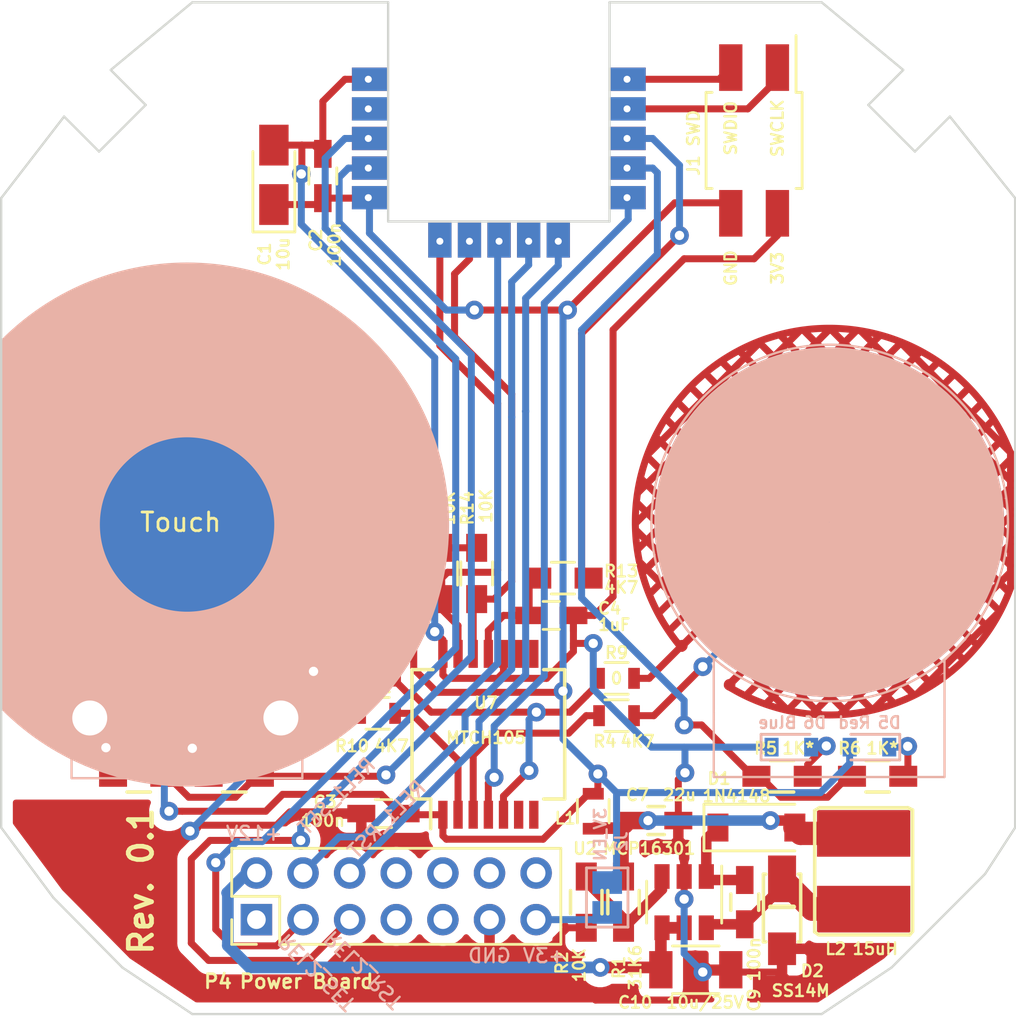
<source format=kicad_pcb>
(kicad_pcb (version 20171130) (host pcbnew 5.0.1-33cea8e~68~ubuntu16.04.1)

  (general
    (thickness 1.6)
    (drawings 36)
    (tracks 366)
    (zones 0)
    (modules 41)
    (nets 34)
  )

  (page A4)
  (layers
    (0 F.Cu signal)
    (31 B.Cu signal)
    (32 B.Adhes user)
    (33 F.Adhes user)
    (34 B.Paste user)
    (35 F.Paste user)
    (36 B.SilkS user)
    (37 F.SilkS user)
    (38 B.Mask user)
    (39 F.Mask user)
    (40 Dwgs.User user hide)
    (41 Cmts.User user)
    (42 Eco1.User user)
    (43 Eco2.User user)
    (44 Edge.Cuts user)
    (45 Margin user)
    (46 B.CrtYd user)
    (47 F.CrtYd user)
    (48 B.Fab user)
    (49 F.Fab user)
  )

  (setup
    (last_trace_width 0.3)
    (trace_clearance 0.3)
    (zone_clearance 0.45)
    (zone_45_only no)
    (trace_min 0.2)
    (segment_width 0.2)
    (edge_width 0.1)
    (via_size 0.8)
    (via_drill 0.4)
    (via_min_size 0.4)
    (via_min_drill 0.3)
    (uvia_size 0.3)
    (uvia_drill 0.1)
    (uvias_allowed no)
    (uvia_min_size 0.2)
    (uvia_min_drill 0.1)
    (pcb_text_width 0.3)
    (pcb_text_size 1.5 1.5)
    (mod_edge_width 0.15)
    (mod_text_size 0.5 0.5)
    (mod_text_width 0.1)
    (pad_size 1.5 1.5)
    (pad_drill 0.6)
    (pad_to_mask_clearance 0)
    (solder_mask_min_width 0.25)
    (aux_axis_origin 0 0)
    (visible_elements 7FFFFF7F)
    (pcbplotparams
      (layerselection 0x010fc_ffffffff)
      (usegerberextensions true)
      (usegerberattributes false)
      (usegerberadvancedattributes false)
      (creategerberjobfile false)
      (excludeedgelayer true)
      (linewidth 0.100000)
      (plotframeref false)
      (viasonmask false)
      (mode 1)
      (useauxorigin false)
      (hpglpennumber 1)
      (hpglpenspeed 20)
      (hpglpendiameter 15.000000)
      (psnegative false)
      (psa4output false)
      (plotreference true)
      (plotvalue true)
      (plotinvisibletext false)
      (padsonsilk false)
      (subtractmaskfromsilk true)
      (outputformat 1)
      (mirror false)
      (drillshape 0)
      (scaleselection 1)
      (outputdirectory "gerber/"))
  )

  (net 0 "")
  (net 1 +3V3)
  (net 2 GND)
  (net 3 "Net-(C7-Pad1)")
  (net 4 "Net-(C9-Pad2)")
  (net 5 "Net-(C9-Pad1)")
  (net 6 /12Vcc)
  (net 7 "Net-(D3-Pad2)")
  (net 8 "Net-(D4-Pad1)")
  (net 9 "Net-(D5-Pad1)")
  (net 10 "Net-(D6-Pad2)")
  (net 11 /TS2)
  (net 12 /S2_LEDs)
  (net 13 /TS1)
  (net 14 /S1_LEDs)
  (net 15 "Net-(R1-Pad1)")
  (net 16 /Relay2_Reset)
  (net 17 /Relay1_Reset)
  (net 18 /Relay2_Set)
  (net 19 /Relay1_Set)
  (net 20 /SWCLK)
  (net 21 /SWDIO)
  (net 22 "Net-(C4-Pad2)")
  (net 23 "Net-(R3-Pad2)")
  (net 24 "Net-(R3-Pad1)")
  (net 25 "Net-(R4-Pad1)")
  (net 26 "Net-(R4-Pad2)")
  (net 27 "Net-(R9-Pad2)")
  (net 28 "Net-(R10-Pad2)")
  (net 29 "Net-(R10-Pad1)")
  (net 30 /MTSA)
  (net 31 /MTPM)
  (net 32 "Net-(J2-Pad1)")
  (net 33 "Net-(U3-Pad2)")

  (net_class Default "This is the default net class."
    (clearance 0.3)
    (trace_width 0.3)
    (via_dia 0.8)
    (via_drill 0.4)
    (uvia_dia 0.3)
    (uvia_drill 0.1)
    (add_net +3V3)
    (add_net /12Vcc)
    (add_net /MTPM)
    (add_net /MTSA)
    (add_net /Relay1_Reset)
    (add_net /Relay1_Set)
    (add_net /Relay2_Reset)
    (add_net /Relay2_Set)
    (add_net /S1_LEDs)
    (add_net /S2_LEDs)
    (add_net /SWCLK)
    (add_net /SWDIO)
    (add_net /TS1)
    (add_net /TS2)
    (add_net GND)
    (add_net "Net-(C4-Pad2)")
    (add_net "Net-(C7-Pad1)")
    (add_net "Net-(C9-Pad1)")
    (add_net "Net-(C9-Pad2)")
    (add_net "Net-(D3-Pad2)")
    (add_net "Net-(D4-Pad1)")
    (add_net "Net-(D5-Pad1)")
    (add_net "Net-(D6-Pad2)")
    (add_net "Net-(J2-Pad1)")
    (add_net "Net-(R1-Pad1)")
    (add_net "Net-(R10-Pad1)")
    (add_net "Net-(R10-Pad2)")
    (add_net "Net-(R3-Pad1)")
    (add_net "Net-(R3-Pad2)")
    (add_net "Net-(R4-Pad1)")
    (add_net "Net-(R4-Pad2)")
    (add_net "Net-(R9-Pad2)")
    (add_net "Net-(U3-Pad2)")
  )

  (module Resistors_SMD:R_0603 (layer F.Cu) (tedit 5964C74D) (tstamp 59648830)
    (at 147.1 100.8)
    (descr "Resistor SMD 0603, reflow soldering, Vishay (see dcrcw.pdf)")
    (tags "resistor 0603")
    (path /596552C4)
    (attr smd)
    (fp_text reference R4 (at -0.5 1.1) (layer F.SilkS)
      (effects (font (size 0.5 0.5) (thickness 0.1)))
    )
    (fp_text value 4K7 (at 0.9 1.1) (layer F.SilkS)
      (effects (font (size 0.5 0.5) (thickness 0.1)))
    )
    (fp_text user %R (at 0 0) (layer F.Fab) hide
      (effects (font (size 0.5 0.5) (thickness 0.075)))
    )
    (fp_line (start -0.8 0.4) (end -0.8 -0.4) (layer F.Fab) (width 0.1))
    (fp_line (start 0.8 0.4) (end -0.8 0.4) (layer F.Fab) (width 0.1))
    (fp_line (start 0.8 -0.4) (end 0.8 0.4) (layer F.Fab) (width 0.1))
    (fp_line (start -0.8 -0.4) (end 0.8 -0.4) (layer F.Fab) (width 0.1))
    (fp_line (start 0.5 0.68) (end -0.5 0.68) (layer F.SilkS) (width 0.12))
    (fp_line (start -0.5 -0.68) (end 0.5 -0.68) (layer F.SilkS) (width 0.12))
    (fp_line (start -1.25 -0.7) (end 1.25 -0.7) (layer F.CrtYd) (width 0.05))
    (fp_line (start -1.25 -0.7) (end -1.25 0.7) (layer F.CrtYd) (width 0.05))
    (fp_line (start 1.25 0.7) (end 1.25 -0.7) (layer F.CrtYd) (width 0.05))
    (fp_line (start 1.25 0.7) (end -1.25 0.7) (layer F.CrtYd) (width 0.05))
    (pad 1 smd rect (at -0.75 0) (size 0.5 0.9) (layers F.Cu F.Paste F.Mask)
      (net 25 "Net-(R4-Pad1)"))
    (pad 2 smd rect (at 0.75 0) (size 0.5 0.9) (layers F.Cu F.Paste F.Mask)
      (net 26 "Net-(R4-Pad2)"))
    (model ${KIPRJMOD}/shapes3D/R_0603.stp
      (at (xyz 0 0 0))
      (scale (xyz 1 1 1))
      (rotate (xyz 0 0 0))
    )
  )

  (module Resistors_SMD:R_0603 (layer F.Cu) (tedit 5964C720) (tstamp 59648841)
    (at 147.1 99.2)
    (descr "Resistor SMD 0603, reflow soldering, Vishay (see dcrcw.pdf)")
    (tags "resistor 0603")
    (path /596512EF)
    (attr smd)
    (fp_text reference R9 (at 0 -1.1) (layer F.SilkS)
      (effects (font (size 0.5 0.5) (thickness 0.1)))
    )
    (fp_text value 0 (at 0 0) (layer F.SilkS)
      (effects (font (size 0.5 0.5) (thickness 0.1)))
    )
    (fp_text user %R (at 0 0) (layer F.Fab) hide
      (effects (font (size 0.5 0.5) (thickness 0.075)))
    )
    (fp_line (start -0.8 0.4) (end -0.8 -0.4) (layer F.Fab) (width 0.1))
    (fp_line (start 0.8 0.4) (end -0.8 0.4) (layer F.Fab) (width 0.1))
    (fp_line (start 0.8 -0.4) (end 0.8 0.4) (layer F.Fab) (width 0.1))
    (fp_line (start -0.8 -0.4) (end 0.8 -0.4) (layer F.Fab) (width 0.1))
    (fp_line (start 0.5 0.68) (end -0.5 0.68) (layer F.SilkS) (width 0.12))
    (fp_line (start -0.5 -0.68) (end 0.5 -0.68) (layer F.SilkS) (width 0.12))
    (fp_line (start -1.25 -0.7) (end 1.25 -0.7) (layer F.CrtYd) (width 0.05))
    (fp_line (start -1.25 -0.7) (end -1.25 0.7) (layer F.CrtYd) (width 0.05))
    (fp_line (start 1.25 0.7) (end 1.25 -0.7) (layer F.CrtYd) (width 0.05))
    (fp_line (start 1.25 0.7) (end -1.25 0.7) (layer F.CrtYd) (width 0.05))
    (pad 1 smd rect (at -0.75 0) (size 0.5 0.9) (layers F.Cu F.Paste F.Mask)
      (net 23 "Net-(R3-Pad2)"))
    (pad 2 smd rect (at 0.75 0) (size 0.5 0.9) (layers F.Cu F.Paste F.Mask)
      (net 27 "Net-(R9-Pad2)"))
    (model ${KIPRJMOD}/shapes3D/R_0603.stp
      (at (xyz 0 0 0))
      (scale (xyz 1 1 1))
      (rotate (xyz 0 0 0))
    )
  )

  (module Resistors_SMD:R_0603 (layer F.Cu) (tedit 5964C64D) (tstamp 59648852)
    (at 136.85 100.7)
    (descr "Resistor SMD 0603, reflow soldering, Vishay (see dcrcw.pdf)")
    (tags "resistor 0603")
    (path /59654B57)
    (attr smd)
    (fp_text reference R10 (at -1.1 1.4) (layer F.SilkS)
      (effects (font (size 0.5 0.5) (thickness 0.1)))
    )
    (fp_text value 4K7 (at 0.6 1.4) (layer F.SilkS)
      (effects (font (size 0.5 0.5) (thickness 0.1)))
    )
    (fp_text user %R (at 0 0) (layer F.Fab) hide
      (effects (font (size 0.5 0.5) (thickness 0.075)))
    )
    (fp_line (start -0.8 0.4) (end -0.8 -0.4) (layer F.Fab) (width 0.1))
    (fp_line (start 0.8 0.4) (end -0.8 0.4) (layer F.Fab) (width 0.1))
    (fp_line (start 0.8 -0.4) (end 0.8 0.4) (layer F.Fab) (width 0.1))
    (fp_line (start -0.8 -0.4) (end 0.8 -0.4) (layer F.Fab) (width 0.1))
    (fp_line (start 0.5 0.68) (end -0.5 0.68) (layer F.SilkS) (width 0.12))
    (fp_line (start -0.5 -0.68) (end 0.5 -0.68) (layer F.SilkS) (width 0.12))
    (fp_line (start -1.25 -0.7) (end 1.25 -0.7) (layer F.CrtYd) (width 0.05))
    (fp_line (start -1.25 -0.7) (end -1.25 0.7) (layer F.CrtYd) (width 0.05))
    (fp_line (start 1.25 0.7) (end 1.25 -0.7) (layer F.CrtYd) (width 0.05))
    (fp_line (start 1.25 0.7) (end -1.25 0.7) (layer F.CrtYd) (width 0.05))
    (pad 1 smd rect (at -0.75 0) (size 0.5 0.9) (layers F.Cu F.Paste F.Mask)
      (net 29 "Net-(R10-Pad1)"))
    (pad 2 smd rect (at 0.75 0) (size 0.5 0.9) (layers F.Cu F.Paste F.Mask)
      (net 28 "Net-(R10-Pad2)"))
    (model ${KIPRJMOD}/shapes3D/R_0603.stp
      (at (xyz 0 0 0))
      (scale (xyz 1 1 1))
      (rotate (xyz 0 0 0))
    )
  )

  (module Resistors_SMD:R_0603 (layer F.Cu) (tedit 5964C66A) (tstamp 5964881F)
    (at 136.85 99.1)
    (descr "Resistor SMD 0603, reflow soldering, Vishay (see dcrcw.pdf)")
    (tags "resistor 0603")
    (path /5964FD27)
    (attr smd)
    (fp_text reference R3 (at 0 -1.1) (layer F.SilkS)
      (effects (font (size 0.5 0.5) (thickness 0.1)))
    )
    (fp_text value 0 (at 0 0) (layer F.SilkS)
      (effects (font (size 0.5 0.5) (thickness 0.1)))
    )
    (fp_text user %R (at 0 0) (layer F.Fab) hide
      (effects (font (size 0.5 0.5) (thickness 0.075)))
    )
    (fp_line (start -0.8 0.4) (end -0.8 -0.4) (layer F.Fab) (width 0.1))
    (fp_line (start 0.8 0.4) (end -0.8 0.4) (layer F.Fab) (width 0.1))
    (fp_line (start 0.8 -0.4) (end 0.8 0.4) (layer F.Fab) (width 0.1))
    (fp_line (start -0.8 -0.4) (end 0.8 -0.4) (layer F.Fab) (width 0.1))
    (fp_line (start 0.5 0.68) (end -0.5 0.68) (layer F.SilkS) (width 0.12))
    (fp_line (start -0.5 -0.68) (end 0.5 -0.68) (layer F.SilkS) (width 0.12))
    (fp_line (start -1.25 -0.7) (end 1.25 -0.7) (layer F.CrtYd) (width 0.05))
    (fp_line (start -1.25 -0.7) (end -1.25 0.7) (layer F.CrtYd) (width 0.05))
    (fp_line (start 1.25 0.7) (end 1.25 -0.7) (layer F.CrtYd) (width 0.05))
    (fp_line (start 1.25 0.7) (end -1.25 0.7) (layer F.CrtYd) (width 0.05))
    (pad 1 smd rect (at -0.75 0) (size 0.5 0.9) (layers F.Cu F.Paste F.Mask)
      (net 24 "Net-(R3-Pad1)"))
    (pad 2 smd rect (at 0.75 0) (size 0.5 0.9) (layers F.Cu F.Paste F.Mask)
      (net 23 "Net-(R3-Pad2)"))
    (model ${KIPRJMOD}/shapes3D/R_0603.stp
      (at (xyz 0 0 0))
      (scale (xyz 1 1 1))
      (rotate (xyz 0 0 0))
    )
  )

  (module Pin_Headers:Pin_Header_Straight_2x02_Pitch2.00mm_SMD (layer F.Cu) (tedit 594A0E13) (tstamp 59483961)
    (at 153 76.125 270)
    (descr "surface-mounted straight pin header, 2x02, 2.00mm pitch, double rows")
    (tags "Surface mounted pin header SMD 2x02 2.00mm double row")
    (path /594872D4)
    (attr smd)
    (fp_text reference J1 (at 1.075 2.6 270) (layer F.SilkS)
      (effects (font (size 0.5 0.5) (thickness 0.1)))
    )
    (fp_text value SWD (at -0.525 2.6 270) (layer F.SilkS)
      (effects (font (size 0.5 0.5) (thickness 0.1)))
    )
    (fp_text user %R (at 0 -3.06 270) (layer F.Fab) hide
      (effects (font (size 1 1) (thickness 0.15)))
    )
    (fp_line (start 5 -2.5) (end -5 -2.5) (layer F.CrtYd) (width 0.05))
    (fp_line (start 5 2.5) (end 5 -2.5) (layer F.CrtYd) (width 0.05))
    (fp_line (start -5 2.5) (end 5 2.5) (layer F.CrtYd) (width 0.05))
    (fp_line (start -5 -2.5) (end -5 2.5) (layer F.CrtYd) (width 0.05))
    (fp_line (start -4.5 -1.8) (end -2.06 -1.8) (layer F.SilkS) (width 0.12))
    (fp_line (start 2.06 2.06) (end 2.06 1.8) (layer F.SilkS) (width 0.12))
    (fp_line (start -2.06 2.06) (end 2.06 2.06) (layer F.SilkS) (width 0.12))
    (fp_line (start -2.06 1.8) (end -2.06 2.06) (layer F.SilkS) (width 0.12))
    (fp_line (start 2.06 -2.06) (end 2.06 -1.8) (layer F.SilkS) (width 0.12))
    (fp_line (start -2.06 -2.06) (end 2.06 -2.06) (layer F.SilkS) (width 0.12))
    (fp_line (start -2.06 -1.8) (end -2.06 -2.06) (layer F.SilkS) (width 0.12))
    (fp_line (start 3 0.75) (end 2 0.75) (layer F.Fab) (width 0.1))
    (fp_line (start 3 1.25) (end 3 0.75) (layer F.Fab) (width 0.1))
    (fp_line (start 2 1.25) (end 3 1.25) (layer F.Fab) (width 0.1))
    (fp_line (start 2 0.75) (end 2 1.25) (layer F.Fab) (width 0.1))
    (fp_line (start -3 0.75) (end -2 0.75) (layer F.Fab) (width 0.1))
    (fp_line (start -3 1.25) (end -3 0.75) (layer F.Fab) (width 0.1))
    (fp_line (start -2 1.25) (end -3 1.25) (layer F.Fab) (width 0.1))
    (fp_line (start -2 0.75) (end -2 1.25) (layer F.Fab) (width 0.1))
    (fp_line (start 3 -1.25) (end 2 -1.25) (layer F.Fab) (width 0.1))
    (fp_line (start 3 -0.75) (end 3 -1.25) (layer F.Fab) (width 0.1))
    (fp_line (start 2 -0.75) (end 3 -0.75) (layer F.Fab) (width 0.1))
    (fp_line (start 2 -1.25) (end 2 -0.75) (layer F.Fab) (width 0.1))
    (fp_line (start -3 -1.25) (end -2 -1.25) (layer F.Fab) (width 0.1))
    (fp_line (start -3 -0.75) (end -3 -1.25) (layer F.Fab) (width 0.1))
    (fp_line (start -2 -0.75) (end -3 -0.75) (layer F.Fab) (width 0.1))
    (fp_line (start -2 -1.25) (end -2 -0.75) (layer F.Fab) (width 0.1))
    (fp_line (start 2 -2) (end -2 -2) (layer F.Fab) (width 0.1))
    (fp_line (start 2 2) (end 2 -2) (layer F.Fab) (width 0.1))
    (fp_line (start -2 2) (end 2 2) (layer F.Fab) (width 0.1))
    (fp_line (start -2 -2) (end -2 2) (layer F.Fab) (width 0.1))
    (pad 4 smd rect (at 3.125 1 270) (size 2 1) (layers F.Cu F.Paste F.Mask)
      (net 1 +3V3))
    (pad 3 smd rect (at -3.125 1 270) (size 2 1) (layers F.Cu F.Paste F.Mask)
      (net 20 /SWCLK))
    (pad 2 smd rect (at 3.125 -1 270) (size 2 1) (layers F.Cu F.Paste F.Mask)
      (net 2 GND))
    (pad 1 smd rect (at -3.125 -1 270) (size 2 1) (layers F.Cu F.Paste F.Mask)
      (net 21 /SWDIO))
  )

  (module myfootprints:Livolo_EU_SW_2_Channel_1Way_Frame_VL-C702X-2_Ver_C1 locked (layer B.Cu) (tedit 590C6ABA) (tstamp 590C5954)
    (at 142.3 92.4 180)
    (fp_text reference REF** (at -0.3 -0.5 180) (layer B.SilkS) hide
      (effects (font (size 0.5 0.5) (thickness 0.1)) (justify mirror))
    )
    (fp_text value Livolo_EU_SW_2Ways_Frame_VL-C702X-2_Ver_C1 (at 0 0.5 180) (layer B.Fab) hide
      (effects (font (size 0.5 0.5) (thickness 0.1)) (justify mirror))
    )
    (fp_line (start -10.478 -10.60022) (end -13.018062 -10.60022) (layer Dwgs.User) (width 0.1))
    (fp_line (start -17.415062 -10.60022) (end -17.415062 -9.6) (layer Dwgs.User) (width 0.1))
    (fp_line (start -8.99814 -11.03202) (end -18.86604 -11.03202) (layer B.SilkS) (width 0.1))
    (fp_line (start -10.418 -9.602) (end -12.958 -9.602) (layer Dwgs.User) (width 0.1))
    (fp_line (start -8.9702 -11.03202) (end -8.9702 -5.999511) (layer B.SilkS) (width 0.1))
    (fp_circle (center -18.022575 -8.828) (end -17.320536 -9.082) (layer Dwgs.User) (width 0.15))
    (fp_line (start -13.018 -10.60022) (end -13.018 -9.602) (layer Dwgs.User) (width 0.1))
    (fp_line (start -10.478 -9.602) (end -13.018 -9.602) (layer Dwgs.User) (width 0.1))
    (fp_line (start -14.875 -9.602) (end -17.415 -9.602) (layer Dwgs.User) (width 0.1))
    (fp_line (start -18.87016 -11.03202) (end -18.87016 -5.999511) (layer B.SilkS) (width 0.1))
    (fp_line (start -10.418 -10.60022) (end -10.418 -9.602) (layer Dwgs.User) (width 0.1))
    (fp_line (start -10.418 -10.60022) (end -12.958062 -10.60022) (layer Dwgs.User) (width 0.1))
    (fp_circle (center -9.783 -8.843425) (end -9.080961 -9.097425) (layer Dwgs.User) (width 0.15))
    (fp_line (start -14.875 -10.60022) (end -17.415062 -10.60022) (layer Dwgs.User) (width 0.1))
    (fp_line (start -14.875 -10.60022) (end -14.875 -9.602) (layer Dwgs.User) (width 0.1))
    (fp_line (start 18.55186 -11.08202) (end 8.68396 -11.08202) (layer B.SilkS) (width 0.1))
    (fp_line (start 17.132 -9.652) (end 14.592 -9.652) (layer Dwgs.User) (width 0.1))
    (fp_line (start 18.5798 -11.08202) (end 18.5798 -6.199959) (layer B.SilkS) (width 0.1))
    (fp_line (start 17.132 -10.65022) (end 17.132 -9.652) (layer Dwgs.User) (width 0.1))
    (fp_line (start 17.132 -10.65022) (end 14.591938 -10.65022) (layer Dwgs.User) (width 0.1))
    (fp_circle (center 17.767 -8.893425) (end 18.469039 -9.147425) (layer Dwgs.User) (width 0.15))
    (fp_circle (center 9.527425 -8.878) (end 10.229464 -9.132) (layer Dwgs.User) (width 0.15))
    (fp_line (start 14.532 -10.65022) (end 14.532 -9.652) (layer Dwgs.User) (width 0.1))
    (fp_line (start 10.134938 -10.65022) (end 10.134938 -9.65) (layer Dwgs.User) (width 0.1))
    (fp_line (start -16.61922 -19.58594) (end -13.61694 -21.58492) (layer Dwgs.User) (width 0.1))
    (fp_line (start 13.38072 -21.58492) (end 16.383 -19.58594) (layer Dwgs.User) (width 0.1))
    (fp_circle (center -13.944276 -0.134512) (end -6.3 0.1) (layer B.SilkS) (width 0.1))
    (fp_line (start 16.88084 18.91538) (end 15.38224 17.41424) (layer Dwgs.User) (width 0.1))
    (fp_line (start -13.61694 21.41474) (end 13.38072 21.41474) (layer Dwgs.User) (width 0.1))
    (fp_line (start 8.67984 -11.08202) (end 8.67984 -6.199959) (layer B.SilkS) (width 0.1))
    (fp_line (start 18.88236 16.9164) (end 21.38172 13.41628) (layer Dwgs.User) (width 0.1))
    (fp_line (start -13.61694 -21.58492) (end 13.38072 -21.58492) (layer Dwgs.User) (width 0.1))
    (fp_line (start 12.675 -10.65022) (end 10.134938 -10.65022) (layer Dwgs.User) (width 0.1))
    (fp_circle (center 10.652024 -15.552928) (end 11.203748 -15.552928) (layer Dwgs.User) (width 0.1))
    (fp_line (start -15.61846 17.41424) (end -17.11706 18.91538) (layer Dwgs.User) (width 0.1))
    (fp_line (start 12.675 -9.652) (end 10.135 -9.652) (layer Dwgs.User) (width 0.1))
    (fp_line (start 13.38072 21.41474) (end 16.88084 18.91538) (layer Dwgs.User) (width 0.1))
    (fp_line (start 15.38224 17.41424) (end 17.38122 15.41526) (layer Dwgs.User) (width 0.1))
    (fp_circle (center 13.626476 -0.169926) (end 21.4 0.1) (layer B.SilkS) (width 0.1))
    (fp_line (start -21.61794 -13.58392) (end -20.61718 -15.58544) (layer Dwgs.User) (width 0.1))
    (fp_line (start -20.61718 -15.58544) (end -16.61922 -19.58594) (layer Dwgs.User) (width 0.1))
    (fp_line (start 17.38122 15.41526) (end 18.88236 16.9164) (layer Dwgs.User) (width 0.1))
    (fp_line (start 16.383 -19.58594) (end 19.38274 -16.58366) (layer Dwgs.User) (width 0.1))
    (fp_line (start 19.38274 -16.58366) (end 21.38172 -13.58392) (layer Dwgs.User) (width 0.1))
    (fp_line (start -21.61794 13.41628) (end -19.11858 16.9164) (layer Dwgs.User) (width 0.1))
    (fp_line (start -19.11858 16.9164) (end -17.61744 15.41526) (layer Dwgs.User) (width 0.1))
    (fp_line (start 12.675 -10.65022) (end 12.675 -9.652) (layer Dwgs.User) (width 0.1))
    (fp_line (start 17.072 -10.65022) (end 14.531938 -10.65022) (layer Dwgs.User) (width 0.1))
    (fp_line (start -17.11706 18.91538) (end -13.61694 21.41474) (layer Dwgs.User) (width 0.1))
    (fp_line (start -21.61794 -13.58392) (end -21.61794 13.41628) (layer Dwgs.User) (width 0.1))
    (fp_line (start 21.38172 -13.58392) (end 21.38172 13.41628) (layer Dwgs.User) (width 0.1))
    (fp_line (start -17.61744 15.41526) (end -15.61846 17.41424) (layer Dwgs.User) (width 0.1))
    (fp_line (start 17.072 -9.652) (end 14.532 -9.652) (layer Dwgs.User) (width 0.1))
    (fp_circle (center 8.652024 -15.552928) (end 9.203748 -15.552928) (layer Dwgs.User) (width 0.1))
    (fp_circle (center 6.652024 -15.552928) (end 7.203748 -15.552928) (layer Dwgs.User) (width 0.1))
    (fp_circle (center 4.652024 -15.552928) (end 5.203748 -15.552928) (layer Dwgs.User) (width 0.1))
    (fp_circle (center 2.652024 -15.552928) (end 3.203748 -15.552928) (layer Dwgs.User) (width 0.1))
    (fp_circle (center 0.652024 -15.552928) (end 1.203748 -15.552928) (layer Dwgs.User) (width 0.1))
    (fp_circle (center -1.347976 -15.552928) (end -0.796252 -15.552928) (layer Dwgs.User) (width 0.1))
    (fp_circle (center 10.652024 -17.552928) (end 11.203748 -17.552928) (layer Dwgs.User) (width 0.1))
    (fp_circle (center 8.652024 -17.552928) (end 9.203748 -17.552928) (layer Dwgs.User) (width 0.1))
    (fp_circle (center 6.652024 -17.552928) (end 7.203748 -17.552928) (layer Dwgs.User) (width 0.1))
    (fp_circle (center 4.652024 -17.552928) (end 5.203748 -17.552928) (layer Dwgs.User) (width 0.1))
    (fp_circle (center 2.652024 -17.552928) (end 3.203748 -17.552928) (layer Dwgs.User) (width 0.1))
    (fp_circle (center 0.652024 -17.552928) (end 1.203748 -17.552928) (layer Dwgs.User) (width 0.1))
    (fp_circle (center -1.347976 -17.552928) (end -0.796252 -17.552928) (layer Dwgs.User) (width 0.1))
  )

  (module myfootprints:VLCF4020T-150MR68 (layer F.Cu) (tedit 590C5D79) (tstamp 586E5C30)
    (at 157.7 107.6)
    (path /586CFA44)
    (fp_text reference L2 (at -1.2 3.2 -180) (layer F.SilkS)
      (effects (font (size 0.5 0.5) (thickness 0.1)))
    )
    (fp_text value 15uH (at 0.5 3.2 -180) (layer F.SilkS)
      (effects (font (size 0.5 0.5) (thickness 0.1)))
    )
    (fp_line (start -2.1 2.475) (end -1.925 2.6) (layer F.SilkS) (width 0.15))
    (fp_line (start 2.1 2.45) (end 1.975 2.6) (layer F.SilkS) (width 0.15))
    (fp_line (start 1.975 2.6) (end -1.9 2.6) (layer F.SilkS) (width 0.15))
    (fp_line (start 2.1 -2.75) (end 1.9 -2.85) (layer F.SilkS) (width 0.15))
    (fp_line (start 2.1 2.45) (end 2.1 -2.75) (layer F.SilkS) (width 0.15))
    (fp_line (start -1.9 -2.85) (end 1.9 -2.85) (layer F.SilkS) (width 0.15))
    (fp_line (start -2.1 2.475) (end -2.1 -2.725) (layer F.SilkS) (width 0.15))
    (fp_line (start -2.1 -2.725) (end -1.9 -2.85) (layer F.SilkS) (width 0.15))
    (pad 1 smd rect (at 0 -1.75) (size 4 2) (layers F.Cu F.Paste F.Mask)
      (net 3 "Net-(C7-Pad1)"))
    (pad 2 smd rect (at 0 1.5) (size 4 2) (layers F.Cu F.Paste F.Mask)
      (net 4 "Net-(C9-Pad2)"))
    (model ${KIPRJMOD}/shapes3D/IFSC-1515AH-01_sp.step
      (at (xyz 0 0 0))
      (scale (xyz 1 1 1))
      (rotate (xyz 0 0 0))
    )
  )

  (module myfootprints:SS14M (layer F.Cu) (tedit 58E37FED) (tstamp 586E5B7F)
    (at 154.2 109.3 270)
    (path /586CFC73)
    (fp_text reference D2 (at 2.45 -1.3) (layer F.SilkS)
      (effects (font (size 0.5 0.5) (thickness 0.1)))
    )
    (fp_text value SS14M (at 3.3 -0.8) (layer F.SilkS)
      (effects (font (size 0.5 0.5) (thickness 0.1)))
    )
    (fp_line (start -0.3 -0.5) (end -0.3 0.5) (layer F.SilkS) (width 0.2))
    (fp_line (start 1.2 -0.8) (end 1.2 -0.7) (layer F.SilkS) (width 0.15))
    (fp_line (start -1.7 -0.8) (end 1.2 -0.8) (layer F.SilkS) (width 0.15))
    (fp_line (start -1.7 0.8) (end 1.201723 0.8) (layer F.SilkS) (width 0.15))
    (fp_line (start 1.2 0.7) (end 1.2 0.8) (layer F.SilkS) (width 0.15))
    (fp_line (start -1.7 0.7) (end -1.7 0.8) (layer F.SilkS) (width 0.15))
    (fp_line (start -1.7 -0.8) (end -1.7 -0.7) (layer F.SilkS) (width 0.15))
    (pad 1 smd rect (at -1.5 0 270) (size 2 1.2) (layers F.Cu F.Paste F.Mask)
      (net 4 "Net-(C9-Pad2)"))
    (pad 2 smd rect (at 1.5 0 270) (size 1.4 1.2) (layers F.Cu F.Paste F.Mask)
      (net 2 GND))
    (model ${KIPRJMOD}/shapes3D/DO-219AB.stp
      (at (xyz 0 0 0))
      (scale (xyz 1 1 1))
      (rotate (xyz 0 0 180))
    )
  )

  (module Resistors_SMD:R_0603_HandSoldering (layer F.Cu) (tedit 586E4F31) (tstamp 586E5C7F)
    (at 145.8 108.8 90)
    (descr "Resistor SMD 0603, hand soldering")
    (tags "resistor 0603")
    (path /586D0315)
    (attr smd)
    (fp_text reference R2 (at -2.6 -1.05 90) (layer F.SilkS)
      (effects (font (size 0.5 0.5) (thickness 0.1)))
    )
    (fp_text value 10K (at -2.7 -0.3 90) (layer F.SilkS)
      (effects (font (size 0.5 0.5) (thickness 0.1)))
    )
    (fp_line (start -0.5 -0.675) (end 0.5 -0.675) (layer F.SilkS) (width 0.15))
    (fp_line (start 0.5 0.675) (end -0.5 0.675) (layer F.SilkS) (width 0.15))
    (fp_line (start 2 -0.8) (end 2 0.8) (layer F.CrtYd) (width 0.05))
    (fp_line (start -2 -0.8) (end -2 0.8) (layer F.CrtYd) (width 0.05))
    (fp_line (start -2 0.8) (end 2 0.8) (layer F.CrtYd) (width 0.05))
    (fp_line (start -2 -0.8) (end 2 -0.8) (layer F.CrtYd) (width 0.05))
    (fp_line (start -0.8 -0.4) (end 0.8 -0.4) (layer F.Fab) (width 0.1))
    (fp_line (start 0.8 -0.4) (end 0.8 0.4) (layer F.Fab) (width 0.1))
    (fp_line (start 0.8 0.4) (end -0.8 0.4) (layer F.Fab) (width 0.1))
    (fp_line (start -0.8 0.4) (end -0.8 -0.4) (layer F.Fab) (width 0.1))
    (pad 2 smd rect (at 1.1 0 90) (size 1.2 0.9) (layers F.Cu F.Paste F.Mask)
      (net 15 "Net-(R1-Pad1)"))
    (pad 1 smd rect (at -1.1 0 90) (size 1.2 0.9) (layers F.Cu F.Paste F.Mask)
      (net 2 GND))
    (model ${KIPRJMOD}/shapes3D/R_0603_HandSoldering.stp
      (at (xyz 0 0 0))
      (scale (xyz 1 1 1))
      (rotate (xyz 0 0 0))
    )
  )

  (module TO_SOT_Packages_SMD:SOT-23-6 (layer F.Cu) (tedit 58933BCC) (tstamp 586E5D06)
    (at 150 108.8 270)
    (descr "6-pin SOT-23 package")
    (tags SOT-23-6)
    (path /586CDA6D)
    (attr smd)
    (fp_text reference U2 (at -2.3 4.25) (layer F.SilkS)
      (effects (font (size 0.5 0.5) (thickness 0.1)))
    )
    (fp_text value MCP16301 (at -2.3 1.5 180) (layer F.SilkS)
      (effects (font (size 0.5 0.5) (thickness 0.1)))
    )
    (fp_line (start 0.9 -1.55) (end 0.9 1.55) (layer F.Fab) (width 0.15))
    (fp_line (start 0.9 1.55) (end -0.9 1.55) (layer F.Fab) (width 0.15))
    (fp_line (start -0.9 -1.55) (end -0.9 1.55) (layer F.Fab) (width 0.15))
    (fp_line (start 0.9 -1.55) (end -0.9 -1.55) (layer F.Fab) (width 0.15))
    (fp_line (start -1.9 -1.8) (end -1.9 1.8) (layer F.CrtYd) (width 0.05))
    (fp_line (start -1.9 1.8) (end 1.9 1.8) (layer F.CrtYd) (width 0.05))
    (fp_line (start 1.9 1.8) (end 1.9 -1.8) (layer F.CrtYd) (width 0.05))
    (fp_line (start 1.9 -1.8) (end -1.9 -1.8) (layer F.CrtYd) (width 0.05))
    (fp_line (start 0.9 -1.61) (end -1.55 -1.61) (layer F.SilkS) (width 0.12))
    (fp_line (start -0.9 1.61) (end 0.9 1.61) (layer F.SilkS) (width 0.12))
    (pad 5 smd rect (at 1.1 0 270) (size 1.06 0.65) (layers F.Cu F.Paste F.Mask)
      (net 6 /12Vcc))
    (pad 6 smd rect (at 1.1 -0.95 270) (size 1.06 0.65) (layers F.Cu F.Paste F.Mask)
      (net 4 "Net-(C9-Pad2)"))
    (pad 4 smd rect (at 1.1 0.95 270) (size 1.06 0.65) (layers F.Cu F.Paste F.Mask)
      (net 6 /12Vcc))
    (pad 3 smd rect (at -1.1 0.95 270) (size 1.06 0.65) (layers F.Cu F.Paste F.Mask)
      (net 15 "Net-(R1-Pad1)"))
    (pad 2 smd rect (at -1.1 0 270) (size 1.06 0.65) (layers F.Cu F.Paste F.Mask)
      (net 2 GND))
    (pad 1 smd rect (at -1.1 -0.95 270) (size 1.06 0.65) (layers F.Cu F.Paste F.Mask)
      (net 5 "Net-(C9-Pad1)"))
    (model ${KIPRJMOD}/shapes3D/SOT23-6.stp
      (at (xyz 0 0 0))
      (scale (xyz 1 1 1))
      (rotate (xyz 0 0 0))
    )
  )

  (module myfootprints:hole_1.5mm locked (layer F.Cu) (tedit 587347E2) (tstamp 58737625)
    (at 152.1 100.85)
    (fp_text reference REF** (at 0 0.5) (layer F.SilkS) hide
      (effects (font (size 0.5 0.5) (thickness 0.1)))
    )
    (fp_text value hole_1.5mm (at 0 -0.5) (layer F.Fab) hide
      (effects (font (size 0.5 0.5) (thickness 0.1)))
    )
    (pad "" np_thru_hole circle (at 0 0) (size 1.5 1.5) (drill 1.5) (layers *.Cu *.Mask))
  )

  (module myfootprints:hole_1.5mm locked (layer F.Cu) (tedit 587347E2) (tstamp 58737621)
    (at 160.3 100.85)
    (fp_text reference REF** (at 0 0.5) (layer F.SilkS) hide
      (effects (font (size 0.5 0.5) (thickness 0.1)))
    )
    (fp_text value hole_1.5mm (at 0 -0.5) (layer F.Fab) hide
      (effects (font (size 0.5 0.5) (thickness 0.1)))
    )
    (pad "" np_thru_hole circle (at 0 0) (size 1.5 1.5) (drill 1.5) (layers *.Cu *.Mask))
  )

  (module myfootprints:hole_1.5mm locked (layer F.Cu) (tedit 587347E2) (tstamp 58737615)
    (at 132.7 100.9)
    (fp_text reference REF** (at 0 0.5) (layer F.SilkS) hide
      (effects (font (size 0.5 0.5) (thickness 0.1)))
    )
    (fp_text value hole_1.5mm (at 0 -0.5) (layer F.Fab) hide
      (effects (font (size 0.5 0.5) (thickness 0.1)))
    )
    (pad "" np_thru_hole circle (at 0 0) (size 1.5 1.5) (drill 1.5) (layers *.Cu *.Mask))
  )

  (module myfootprints:hole_1.5mm locked (layer F.Cu) (tedit 587347E2) (tstamp 58734958)
    (at 124.5 100.9)
    (fp_text reference REF** (at 0 0.5) (layer F.SilkS) hide
      (effects (font (size 0.5 0.5) (thickness 0.1)))
    )
    (fp_text value hole_1.5mm (at 0 -0.5) (layer F.Fab) hide
      (effects (font (size 0.5 0.5) (thickness 0.1)))
    )
    (pad "" np_thru_hole circle (at 0 0) (size 1.5 1.5) (drill 1.5) (layers *.Cu *.Mask))
  )

  (module Capacitors_SMD:C_0603_HandSoldering (layer F.Cu) (tedit 586E5461) (tstamp 586E5ABA)
    (at 148.8 105.3)
    (descr "Capacitor SMD 0603, hand soldering")
    (tags "capacitor 0603")
    (path /586E4CE4)
    (attr smd)
    (fp_text reference C7 (at -0.8 -1.1) (layer F.SilkS)
      (effects (font (size 0.5 0.5) (thickness 0.1)))
    )
    (fp_text value 22u (at 1 -1.1 180) (layer F.SilkS)
      (effects (font (size 0.5 0.5) (thickness 0.1)))
    )
    (fp_line (start -0.8 0.4) (end -0.8 -0.4) (layer F.Fab) (width 0.15))
    (fp_line (start 0.8 0.4) (end -0.8 0.4) (layer F.Fab) (width 0.15))
    (fp_line (start 0.8 -0.4) (end 0.8 0.4) (layer F.Fab) (width 0.15))
    (fp_line (start -0.8 -0.4) (end 0.8 -0.4) (layer F.Fab) (width 0.15))
    (fp_line (start -1.85 -0.75) (end 1.85 -0.75) (layer F.CrtYd) (width 0.05))
    (fp_line (start -1.85 0.75) (end 1.85 0.75) (layer F.CrtYd) (width 0.05))
    (fp_line (start -1.85 -0.75) (end -1.85 0.75) (layer F.CrtYd) (width 0.05))
    (fp_line (start 1.85 -0.75) (end 1.85 0.75) (layer F.CrtYd) (width 0.05))
    (fp_line (start -0.35 -0.6) (end 0.35 -0.6) (layer F.SilkS) (width 0.15))
    (fp_line (start 0.35 0.6) (end -0.35 0.6) (layer F.SilkS) (width 0.15))
    (pad 1 smd rect (at -0.95 0) (size 1.2 0.75) (layers F.Cu F.Paste F.Mask)
      (net 3 "Net-(C7-Pad1)"))
    (pad 2 smd rect (at 0.95 0) (size 1.2 0.75) (layers F.Cu F.Paste F.Mask)
      (net 2 GND))
    (model ${KIPRJMOD}/shapes3D/C_0603_HandSoldering.stp
      (at (xyz 0 0 0))
      (scale (xyz 1 1 1))
      (rotate (xyz 0 0 0))
    )
  )

  (module Capacitors_SMD:C_0603_HandSoldering (layer F.Cu) (tedit 586E52DF) (tstamp 586E5ADA)
    (at 152.6 108.8 270)
    (descr "Capacitor SMD 0603, hand soldering")
    (tags "capacitor 0603")
    (path /586D0CDF)
    (attr smd)
    (fp_text reference C9 (at 4.2 -0.4 270) (layer F.SilkS)
      (effects (font (size 0.5 0.5) (thickness 0.1)))
    )
    (fp_text value 100n (at 2.45 -0.4 270) (layer F.SilkS)
      (effects (font (size 0.5 0.5) (thickness 0.1)))
    )
    (fp_line (start 0.35 0.6) (end -0.35 0.6) (layer F.SilkS) (width 0.15))
    (fp_line (start -0.35 -0.6) (end 0.35 -0.6) (layer F.SilkS) (width 0.15))
    (fp_line (start 1.85 -0.75) (end 1.85 0.75) (layer F.CrtYd) (width 0.05))
    (fp_line (start -1.85 -0.75) (end -1.85 0.75) (layer F.CrtYd) (width 0.05))
    (fp_line (start -1.85 0.75) (end 1.85 0.75) (layer F.CrtYd) (width 0.05))
    (fp_line (start -1.85 -0.75) (end 1.85 -0.75) (layer F.CrtYd) (width 0.05))
    (fp_line (start -0.8 -0.4) (end 0.8 -0.4) (layer F.Fab) (width 0.15))
    (fp_line (start 0.8 -0.4) (end 0.8 0.4) (layer F.Fab) (width 0.15))
    (fp_line (start 0.8 0.4) (end -0.8 0.4) (layer F.Fab) (width 0.15))
    (fp_line (start -0.8 0.4) (end -0.8 -0.4) (layer F.Fab) (width 0.15))
    (pad 2 smd rect (at 0.95 0 270) (size 1.2 0.75) (layers F.Cu F.Paste F.Mask)
      (net 4 "Net-(C9-Pad2)"))
    (pad 1 smd rect (at -0.95 0 270) (size 1.2 0.75) (layers F.Cu F.Paste F.Mask)
      (net 5 "Net-(C9-Pad1)"))
    (model ${KIPRJMOD}/shapes3D/C_0603_HandSoldering.stp
      (at (xyz 0 0 0))
      (scale (xyz 1 1 1))
      (rotate (xyz 0 0 0))
    )
  )

  (module Diodes_SMD:SOD-123 (layer F.Cu) (tedit 586E52DA) (tstamp 586E5B79)
    (at 153.1 105.6)
    (descr SOD-123)
    (tags SOD-123)
    (path /586CFDB1)
    (attr smd)
    (fp_text reference D1 (at -1.6 -2.1 180) (layer F.SilkS)
      (effects (font (size 0.5 0.5) (thickness 0.1)))
    )
    (fp_text value 1N4148 (at -0.85 -1.35) (layer F.SilkS)
      (effects (font (size 0.5 0.5) (thickness 0.1)))
    )
    (fp_line (start -2.25 -1) (end 1.65 -1) (layer F.SilkS) (width 0.12))
    (fp_line (start -2.25 1) (end 1.65 1) (layer F.SilkS) (width 0.12))
    (fp_line (start -2.35 -1.15) (end -2.35 1.15) (layer F.CrtYd) (width 0.05))
    (fp_line (start 2.35 1.15) (end -2.35 1.15) (layer F.CrtYd) (width 0.05))
    (fp_line (start 2.35 -1.15) (end 2.35 1.15) (layer F.CrtYd) (width 0.05))
    (fp_line (start -2.35 -1.15) (end 2.35 -1.15) (layer F.CrtYd) (width 0.05))
    (fp_line (start -1.4 -0.9) (end 1.4 -0.9) (layer F.Fab) (width 0.1))
    (fp_line (start 1.4 -0.9) (end 1.4 0.9) (layer F.Fab) (width 0.1))
    (fp_line (start 1.4 0.9) (end -1.4 0.9) (layer F.Fab) (width 0.1))
    (fp_line (start -1.4 0.9) (end -1.4 -0.9) (layer F.Fab) (width 0.1))
    (fp_line (start -0.75 0) (end -0.35 0) (layer F.Fab) (width 0.1))
    (fp_line (start -0.35 0) (end -0.35 -0.55) (layer F.Fab) (width 0.1))
    (fp_line (start -0.35 0) (end -0.35 0.55) (layer F.Fab) (width 0.1))
    (fp_line (start -0.35 0) (end 0.25 -0.4) (layer F.Fab) (width 0.1))
    (fp_line (start 0.25 -0.4) (end 0.25 0.4) (layer F.Fab) (width 0.1))
    (fp_line (start 0.25 0.4) (end -0.35 0) (layer F.Fab) (width 0.1))
    (fp_line (start 0.25 0) (end 0.75 0) (layer F.Fab) (width 0.1))
    (fp_line (start -2.25 -1) (end -2.25 1) (layer F.SilkS) (width 0.12))
    (pad 2 smd rect (at 1.65 0) (size 0.9 1.2) (layers F.Cu F.Paste F.Mask)
      (net 3 "Net-(C7-Pad1)"))
    (pad 1 smd rect (at -1.65 0) (size 0.9 1.2) (layers F.Cu F.Paste F.Mask)
      (net 5 "Net-(C9-Pad1)"))
    (model ${KIPRJMOD}/shapes3D/SOD123.stp
      (at (xyz 0 0 0))
      (scale (xyz 1 1 1))
      (rotate (xyz 0 0 -90))
    )
  )

  (module Diodes_SMD:D_0603 (layer B.Cu) (tedit 586E517C) (tstamp 586E5B96)
    (at 130.5 102.15 180)
    (descr "Diode SMD in 0603 package")
    (tags "smd diode")
    (path /586DC092)
    (attr smd)
    (fp_text reference D3 (at -0.9 1.05 180) (layer B.SilkS)
      (effects (font (size 0.5 0.5) (thickness 0.1)) (justify mirror))
    )
    (fp_text value Blue (at 0.6 1.05 180) (layer B.SilkS)
      (effects (font (size 0.5 0.5) (thickness 0.1)) (justify mirror))
    )
    (fp_line (start -1.3 0.55) (end 0.8 0.55) (layer B.SilkS) (width 0.12))
    (fp_line (start -1.3 -0.55) (end 0.8 -0.55) (layer B.SilkS) (width 0.12))
    (fp_line (start -0.8 0.4) (end 0.8 0.4) (layer B.Fab) (width 0.1))
    (fp_line (start 0.8 0.4) (end 0.8 -0.4) (layer B.Fab) (width 0.1))
    (fp_line (start 0.8 -0.4) (end -0.8 -0.4) (layer B.Fab) (width 0.1))
    (fp_line (start -0.8 -0.4) (end -0.8 0.4) (layer B.Fab) (width 0.1))
    (fp_line (start 0.2 0.2) (end -0.1 0) (layer B.Fab) (width 0.1))
    (fp_line (start -0.1 0) (end 0.2 -0.2) (layer B.Fab) (width 0.1))
    (fp_line (start 0.2 -0.2) (end 0.2 0.2) (layer B.Fab) (width 0.1))
    (fp_line (start -0.1 0.2) (end -0.1 -0.2) (layer B.Fab) (width 0.1))
    (fp_line (start -0.1 0) (end -0.3 0) (layer B.Fab) (width 0.1))
    (fp_line (start 0.2 0) (end 0.4 0) (layer B.Fab) (width 0.1))
    (fp_line (start 1.4 0.65) (end -1.4 0.65) (layer B.CrtYd) (width 0.05))
    (fp_line (start -1.4 0.65) (end -1.4 -0.65) (layer B.CrtYd) (width 0.05))
    (fp_line (start -1.4 -0.65) (end 1.4 -0.65) (layer B.CrtYd) (width 0.05))
    (fp_line (start 1.4 -0.65) (end 1.4 0.65) (layer B.CrtYd) (width 0.05))
    (fp_line (start -1.3 0.55) (end -1.3 -0.55) (layer B.SilkS) (width 0.12))
    (pad 2 smd rect (at 0.85 0 180) (size 0.6 0.8) (layers B.Cu B.Paste B.Mask)
      (net 7 "Net-(D3-Pad2)"))
    (pad 1 smd rect (at -0.85 0 180) (size 0.6 0.8) (layers B.Cu B.Paste B.Mask)
      (net 2 GND))
    (model ${KIPRJMOD}/shapes3D/led_chip_0603_blue.stp
      (at (xyz 0 0 0))
      (scale (xyz 1 1 1))
      (rotate (xyz 0 0 0))
    )
  )

  (module Diodes_SMD:D_0603 (layer B.Cu) (tedit 586E517F) (tstamp 586E5BAD)
    (at 126.85 102.15)
    (descr "Diode SMD in 0603 package")
    (tags "smd diode")
    (path /586DC13C)
    (attr smd)
    (fp_text reference D4 (at 0.9 -1.05) (layer B.SilkS)
      (effects (font (size 0.5 0.5) (thickness 0.1)) (justify mirror))
    )
    (fp_text value Red (at -0.6 -1.05) (layer B.SilkS)
      (effects (font (size 0.5 0.5) (thickness 0.1)) (justify mirror))
    )
    (fp_line (start -1.3 0.55) (end -1.3 -0.55) (layer B.SilkS) (width 0.12))
    (fp_line (start 1.4 -0.65) (end 1.4 0.65) (layer B.CrtYd) (width 0.05))
    (fp_line (start -1.4 -0.65) (end 1.4 -0.65) (layer B.CrtYd) (width 0.05))
    (fp_line (start -1.4 0.65) (end -1.4 -0.65) (layer B.CrtYd) (width 0.05))
    (fp_line (start 1.4 0.65) (end -1.4 0.65) (layer B.CrtYd) (width 0.05))
    (fp_line (start 0.2 0) (end 0.4 0) (layer B.Fab) (width 0.1))
    (fp_line (start -0.1 0) (end -0.3 0) (layer B.Fab) (width 0.1))
    (fp_line (start -0.1 0.2) (end -0.1 -0.2) (layer B.Fab) (width 0.1))
    (fp_line (start 0.2 -0.2) (end 0.2 0.2) (layer B.Fab) (width 0.1))
    (fp_line (start -0.1 0) (end 0.2 -0.2) (layer B.Fab) (width 0.1))
    (fp_line (start 0.2 0.2) (end -0.1 0) (layer B.Fab) (width 0.1))
    (fp_line (start -0.8 -0.4) (end -0.8 0.4) (layer B.Fab) (width 0.1))
    (fp_line (start 0.8 -0.4) (end -0.8 -0.4) (layer B.Fab) (width 0.1))
    (fp_line (start 0.8 0.4) (end 0.8 -0.4) (layer B.Fab) (width 0.1))
    (fp_line (start -0.8 0.4) (end 0.8 0.4) (layer B.Fab) (width 0.1))
    (fp_line (start -1.3 -0.55) (end 0.8 -0.55) (layer B.SilkS) (width 0.12))
    (fp_line (start -1.3 0.55) (end 0.8 0.55) (layer B.SilkS) (width 0.12))
    (pad 1 smd rect (at -0.85 0) (size 0.6 0.8) (layers B.Cu B.Paste B.Mask)
      (net 8 "Net-(D4-Pad1)"))
    (pad 2 smd rect (at 0.85 0) (size 0.6 0.8) (layers B.Cu B.Paste B.Mask)
      (net 1 +3V3))
    (model ${KIPRJMOD}/shapes3D/led_chip_0603_red.stp
      (at (xyz 0 0 0))
      (scale (xyz 1 1 1))
      (rotate (xyz 0 0 0))
    )
  )

  (module Diodes_SMD:D_0603 (layer B.Cu) (tedit 586E5177) (tstamp 586E5BC4)
    (at 157.95 102.15 180)
    (descr "Diode SMD in 0603 package")
    (tags "smd diode")
    (path /586DBFD9)
    (attr smd)
    (fp_text reference D5 (at -0.85 1.05 180) (layer B.SilkS)
      (effects (font (size 0.5 0.5) (thickness 0.1)) (justify mirror))
    )
    (fp_text value Red (at 0.65 1.05 180) (layer B.SilkS)
      (effects (font (size 0.5 0.5) (thickness 0.1)) (justify mirror))
    )
    (fp_line (start -1.3 0.55) (end -1.3 -0.55) (layer B.SilkS) (width 0.12))
    (fp_line (start 1.4 -0.65) (end 1.4 0.65) (layer B.CrtYd) (width 0.05))
    (fp_line (start -1.4 -0.65) (end 1.4 -0.65) (layer B.CrtYd) (width 0.05))
    (fp_line (start -1.4 0.65) (end -1.4 -0.65) (layer B.CrtYd) (width 0.05))
    (fp_line (start 1.4 0.65) (end -1.4 0.65) (layer B.CrtYd) (width 0.05))
    (fp_line (start 0.2 0) (end 0.4 0) (layer B.Fab) (width 0.1))
    (fp_line (start -0.1 0) (end -0.3 0) (layer B.Fab) (width 0.1))
    (fp_line (start -0.1 0.2) (end -0.1 -0.2) (layer B.Fab) (width 0.1))
    (fp_line (start 0.2 -0.2) (end 0.2 0.2) (layer B.Fab) (width 0.1))
    (fp_line (start -0.1 0) (end 0.2 -0.2) (layer B.Fab) (width 0.1))
    (fp_line (start 0.2 0.2) (end -0.1 0) (layer B.Fab) (width 0.1))
    (fp_line (start -0.8 -0.4) (end -0.8 0.4) (layer B.Fab) (width 0.1))
    (fp_line (start 0.8 -0.4) (end -0.8 -0.4) (layer B.Fab) (width 0.1))
    (fp_line (start 0.8 0.4) (end 0.8 -0.4) (layer B.Fab) (width 0.1))
    (fp_line (start -0.8 0.4) (end 0.8 0.4) (layer B.Fab) (width 0.1))
    (fp_line (start -1.3 -0.55) (end 0.8 -0.55) (layer B.SilkS) (width 0.12))
    (fp_line (start -1.3 0.55) (end 0.8 0.55) (layer B.SilkS) (width 0.12))
    (pad 1 smd rect (at -0.85 0 180) (size 0.6 0.8) (layers B.Cu B.Paste B.Mask)
      (net 9 "Net-(D5-Pad1)"))
    (pad 2 smd rect (at 0.85 0 180) (size 0.6 0.8) (layers B.Cu B.Paste B.Mask)
      (net 1 +3V3))
    (model ${KIPRJMOD}/shapes3D/led_chip_0603_red.stp
      (at (xyz 0 0 0))
      (scale (xyz 1 1 1))
      (rotate (xyz 0 0 0))
    )
  )

  (module Diodes_SMD:D_0603 (layer B.Cu) (tedit 586E5173) (tstamp 586E5BDB)
    (at 154.6 102.15)
    (descr "Diode SMD in 0603 package")
    (tags "smd diode")
    (path /586DBC19)
    (attr smd)
    (fp_text reference D6 (at 1 -1.05) (layer B.SilkS)
      (effects (font (size 0.5 0.5) (thickness 0.1)) (justify mirror))
    )
    (fp_text value Blue (at -0.6 -1.05) (layer B.SilkS)
      (effects (font (size 0.5 0.5) (thickness 0.1)) (justify mirror))
    )
    (fp_line (start -1.3 0.55) (end 0.8 0.55) (layer B.SilkS) (width 0.12))
    (fp_line (start -1.3 -0.55) (end 0.8 -0.55) (layer B.SilkS) (width 0.12))
    (fp_line (start -0.8 0.4) (end 0.8 0.4) (layer B.Fab) (width 0.1))
    (fp_line (start 0.8 0.4) (end 0.8 -0.4) (layer B.Fab) (width 0.1))
    (fp_line (start 0.8 -0.4) (end -0.8 -0.4) (layer B.Fab) (width 0.1))
    (fp_line (start -0.8 -0.4) (end -0.8 0.4) (layer B.Fab) (width 0.1))
    (fp_line (start 0.2 0.2) (end -0.1 0) (layer B.Fab) (width 0.1))
    (fp_line (start -0.1 0) (end 0.2 -0.2) (layer B.Fab) (width 0.1))
    (fp_line (start 0.2 -0.2) (end 0.2 0.2) (layer B.Fab) (width 0.1))
    (fp_line (start -0.1 0.2) (end -0.1 -0.2) (layer B.Fab) (width 0.1))
    (fp_line (start -0.1 0) (end -0.3 0) (layer B.Fab) (width 0.1))
    (fp_line (start 0.2 0) (end 0.4 0) (layer B.Fab) (width 0.1))
    (fp_line (start 1.4 0.65) (end -1.4 0.65) (layer B.CrtYd) (width 0.05))
    (fp_line (start -1.4 0.65) (end -1.4 -0.65) (layer B.CrtYd) (width 0.05))
    (fp_line (start -1.4 -0.65) (end 1.4 -0.65) (layer B.CrtYd) (width 0.05))
    (fp_line (start 1.4 -0.65) (end 1.4 0.65) (layer B.CrtYd) (width 0.05))
    (fp_line (start -1.3 0.55) (end -1.3 -0.55) (layer B.SilkS) (width 0.12))
    (pad 2 smd rect (at 0.85 0) (size 0.6 0.8) (layers B.Cu B.Paste B.Mask)
      (net 10 "Net-(D6-Pad2)"))
    (pad 1 smd rect (at -0.85 0) (size 0.6 0.8) (layers B.Cu B.Paste B.Mask)
      (net 2 GND))
    (model ${KIPRJMOD}/shapes3D/led_chip_0603_blue.stp
      (at (xyz 0 0 0))
      (scale (xyz 1 1 1))
      (rotate (xyz 0 0 0))
    )
  )

  (module Resistors_SMD:R_0603_HandSoldering (layer F.Cu) (tedit 586E4F9D) (tstamp 586E5C6F)
    (at 147.4 108.8 90)
    (descr "Resistor SMD 0603, hand soldering")
    (tags "resistor 0603")
    (path /586D0A41)
    (attr smd)
    (fp_text reference R1 (at -2.8 -0.2 90) (layer F.SilkS)
      (effects (font (size 0.5 0.5) (thickness 0.1)))
    )
    (fp_text value 31K6 (at -2.8 0.5 90) (layer F.SilkS)
      (effects (font (size 0.5 0.5) (thickness 0.1)))
    )
    (fp_line (start -0.8 0.4) (end -0.8 -0.4) (layer F.Fab) (width 0.1))
    (fp_line (start 0.8 0.4) (end -0.8 0.4) (layer F.Fab) (width 0.1))
    (fp_line (start 0.8 -0.4) (end 0.8 0.4) (layer F.Fab) (width 0.1))
    (fp_line (start -0.8 -0.4) (end 0.8 -0.4) (layer F.Fab) (width 0.1))
    (fp_line (start -2 -0.8) (end 2 -0.8) (layer F.CrtYd) (width 0.05))
    (fp_line (start -2 0.8) (end 2 0.8) (layer F.CrtYd) (width 0.05))
    (fp_line (start -2 -0.8) (end -2 0.8) (layer F.CrtYd) (width 0.05))
    (fp_line (start 2 -0.8) (end 2 0.8) (layer F.CrtYd) (width 0.05))
    (fp_line (start 0.5 0.675) (end -0.5 0.675) (layer F.SilkS) (width 0.15))
    (fp_line (start -0.5 -0.675) (end 0.5 -0.675) (layer F.SilkS) (width 0.15))
    (pad 1 smd rect (at -1.1 0 90) (size 1.2 0.9) (layers F.Cu F.Paste F.Mask)
      (net 15 "Net-(R1-Pad1)"))
    (pad 2 smd rect (at 1.1 0 90) (size 1.2 0.9) (layers F.Cu F.Paste F.Mask)
      (net 3 "Net-(C7-Pad1)"))
    (model ${KIPRJMOD}/shapes3D/R_0603_HandSoldering.stp
      (at (xyz 0 0 0))
      (scale (xyz 1 1 1))
      (rotate (xyz 0 0 0))
    )
  )

  (module Resistors_SMD:R_0603_HandSoldering (layer F.Cu) (tedit 58933CFE) (tstamp 586E5CAF)
    (at 154.2 103.4 180)
    (descr "Resistor SMD 0603, hand soldering")
    (tags "resistor 0603")
    (path /586E8A7E)
    (attr smd)
    (fp_text reference R5 (at 0.7 1.2 180) (layer F.SilkS)
      (effects (font (size 0.5 0.5) (thickness 0.1)))
    )
    (fp_text value 1K* (at -0.7 1.2 180) (layer F.SilkS)
      (effects (font (size 0.5 0.5) (thickness 0.1)))
    )
    (fp_line (start -0.8 0.4) (end -0.8 -0.4) (layer F.Fab) (width 0.1))
    (fp_line (start 0.8 0.4) (end -0.8 0.4) (layer F.Fab) (width 0.1))
    (fp_line (start 0.8 -0.4) (end 0.8 0.4) (layer F.Fab) (width 0.1))
    (fp_line (start -0.8 -0.4) (end 0.8 -0.4) (layer F.Fab) (width 0.1))
    (fp_line (start -2 -0.8) (end 2 -0.8) (layer F.CrtYd) (width 0.05))
    (fp_line (start -2 0.8) (end 2 0.8) (layer F.CrtYd) (width 0.05))
    (fp_line (start -2 -0.8) (end -2 0.8) (layer F.CrtYd) (width 0.05))
    (fp_line (start 2 -0.8) (end 2 0.8) (layer F.CrtYd) (width 0.05))
    (fp_line (start 0.5 0.675) (end -0.5 0.675) (layer F.SilkS) (width 0.15))
    (fp_line (start -0.5 -0.675) (end 0.5 -0.675) (layer F.SilkS) (width 0.15))
    (pad 1 smd rect (at -1.1 0 180) (size 1.2 0.9) (layers F.Cu F.Paste F.Mask)
      (net 10 "Net-(D6-Pad2)"))
    (pad 2 smd rect (at 1.1 0 180) (size 1.2 0.9) (layers F.Cu F.Paste F.Mask)
      (net 14 /S1_LEDs))
    (model ${KIPRJMOD}/shapes3D/R_0603_HandSoldering.stp
      (at (xyz 0 0 0))
      (scale (xyz 1 1 1))
      (rotate (xyz 0 0 0))
    )
  )

  (module Resistors_SMD:R_0603_HandSoldering (layer F.Cu) (tedit 58933CF9) (tstamp 586E5CBF)
    (at 158.3 103.4 180)
    (descr "Resistor SMD 0603, hand soldering")
    (tags "resistor 0603")
    (path /586E9359)
    (attr smd)
    (fp_text reference R6 (at 1.2 1.2) (layer F.SilkS)
      (effects (font (size 0.5 0.5) (thickness 0.1)))
    )
    (fp_text value 1K* (at -0.2 1.2) (layer F.SilkS)
      (effects (font (size 0.5 0.5) (thickness 0.1)))
    )
    (fp_line (start -0.5 -0.675) (end 0.5 -0.675) (layer F.SilkS) (width 0.15))
    (fp_line (start 0.5 0.675) (end -0.5 0.675) (layer F.SilkS) (width 0.15))
    (fp_line (start 2 -0.8) (end 2 0.8) (layer F.CrtYd) (width 0.05))
    (fp_line (start -2 -0.8) (end -2 0.8) (layer F.CrtYd) (width 0.05))
    (fp_line (start -2 0.8) (end 2 0.8) (layer F.CrtYd) (width 0.05))
    (fp_line (start -2 -0.8) (end 2 -0.8) (layer F.CrtYd) (width 0.05))
    (fp_line (start -0.8 -0.4) (end 0.8 -0.4) (layer F.Fab) (width 0.1))
    (fp_line (start 0.8 -0.4) (end 0.8 0.4) (layer F.Fab) (width 0.1))
    (fp_line (start 0.8 0.4) (end -0.8 0.4) (layer F.Fab) (width 0.1))
    (fp_line (start -0.8 0.4) (end -0.8 -0.4) (layer F.Fab) (width 0.1))
    (pad 2 smd rect (at 1.1 0 180) (size 1.2 0.9) (layers F.Cu F.Paste F.Mask)
      (net 14 /S1_LEDs))
    (pad 1 smd rect (at -1.1 0 180) (size 1.2 0.9) (layers F.Cu F.Paste F.Mask)
      (net 9 "Net-(D5-Pad1)"))
    (model ${KIPRJMOD}/shapes3D/R_0603_HandSoldering.stp
      (at (xyz 0 0 0))
      (scale (xyz 1 1 1))
      (rotate (xyz 0 0 0))
    )
  )

  (module Resistors_SMD:R_0603_HandSoldering (layer F.Cu) (tedit 58933CDD) (tstamp 586E5CCF)
    (at 130.7 103.4)
    (descr "Resistor SMD 0603, hand soldering")
    (tags "resistor 0603")
    (path /586E945C)
    (attr smd)
    (fp_text reference R7 (at -0.6 -1.2) (layer F.SilkS)
      (effects (font (size 0.5 0.5) (thickness 0.1)))
    )
    (fp_text value 1K* (at 0.8 -1.2) (layer F.SilkS)
      (effects (font (size 0.5 0.5) (thickness 0.1)))
    )
    (fp_line (start -0.8 0.4) (end -0.8 -0.4) (layer F.Fab) (width 0.1))
    (fp_line (start 0.8 0.4) (end -0.8 0.4) (layer F.Fab) (width 0.1))
    (fp_line (start 0.8 -0.4) (end 0.8 0.4) (layer F.Fab) (width 0.1))
    (fp_line (start -0.8 -0.4) (end 0.8 -0.4) (layer F.Fab) (width 0.1))
    (fp_line (start -2 -0.8) (end 2 -0.8) (layer F.CrtYd) (width 0.05))
    (fp_line (start -2 0.8) (end 2 0.8) (layer F.CrtYd) (width 0.05))
    (fp_line (start -2 -0.8) (end -2 0.8) (layer F.CrtYd) (width 0.05))
    (fp_line (start 2 -0.8) (end 2 0.8) (layer F.CrtYd) (width 0.05))
    (fp_line (start 0.5 0.675) (end -0.5 0.675) (layer F.SilkS) (width 0.15))
    (fp_line (start -0.5 -0.675) (end 0.5 -0.675) (layer F.SilkS) (width 0.15))
    (pad 1 smd rect (at -1.1 0) (size 1.2 0.9) (layers F.Cu F.Paste F.Mask)
      (net 7 "Net-(D3-Pad2)"))
    (pad 2 smd rect (at 1.1 0) (size 1.2 0.9) (layers F.Cu F.Paste F.Mask)
      (net 12 /S2_LEDs))
    (model ${KIPRJMOD}/shapes3D/R_0603_HandSoldering.stp
      (at (xyz 0 0 0))
      (scale (xyz 1 1 1))
      (rotate (xyz 0 0 0))
    )
  )

  (module Resistors_SMD:R_0603_HandSoldering (layer F.Cu) (tedit 58933CD7) (tstamp 586E5CDF)
    (at 126.6 103.4)
    (descr "Resistor SMD 0603, hand soldering")
    (tags "resistor 0603")
    (path /586E9850)
    (attr smd)
    (fp_text reference R8 (at -0.35 -1.2 -180) (layer F.SilkS)
      (effects (font (size 0.5 0.5) (thickness 0.1)))
    )
    (fp_text value 1K* (at 1.15 -1.2 -180) (layer F.SilkS)
      (effects (font (size 0.5 0.5) (thickness 0.1)))
    )
    (fp_line (start -0.5 -0.675) (end 0.5 -0.675) (layer F.SilkS) (width 0.15))
    (fp_line (start 0.5 0.675) (end -0.5 0.675) (layer F.SilkS) (width 0.15))
    (fp_line (start 2 -0.8) (end 2 0.8) (layer F.CrtYd) (width 0.05))
    (fp_line (start -2 -0.8) (end -2 0.8) (layer F.CrtYd) (width 0.05))
    (fp_line (start -2 0.8) (end 2 0.8) (layer F.CrtYd) (width 0.05))
    (fp_line (start -2 -0.8) (end 2 -0.8) (layer F.CrtYd) (width 0.05))
    (fp_line (start -0.8 -0.4) (end 0.8 -0.4) (layer F.Fab) (width 0.1))
    (fp_line (start 0.8 -0.4) (end 0.8 0.4) (layer F.Fab) (width 0.1))
    (fp_line (start 0.8 0.4) (end -0.8 0.4) (layer F.Fab) (width 0.1))
    (fp_line (start -0.8 0.4) (end -0.8 -0.4) (layer F.Fab) (width 0.1))
    (pad 2 smd rect (at 1.1 0) (size 1.2 0.9) (layers F.Cu F.Paste F.Mask)
      (net 12 /S2_LEDs))
    (pad 1 smd rect (at -1.1 0) (size 1.2 0.9) (layers F.Cu F.Paste F.Mask)
      (net 8 "Net-(D4-Pad1)"))
    (model ${KIPRJMOD}/shapes3D/R_0603_HandSoldering.stp
      (at (xyz 0 0 0))
      (scale (xyz 1 1 1))
      (rotate (xyz 0 0 0))
    )
  )

  (module Resistors_SMD:R_0603 (layer F.Cu) (tedit 5964812E) (tstamp 58C1CCB7)
    (at 146.1 104.9 90)
    (descr "Resistor SMD 0603, reflow soldering, Vishay (see dcrcw.pdf)")
    (tags "resistor 0603")
    (path /58C1DEEA)
    (attr smd)
    (fp_text reference L1 (at -0.3 -1.2 180) (layer F.SilkS)
      (effects (font (size 0.5 0.5) (thickness 0.1)))
    )
    (fp_text value BLM18HE152SN1D (at -0.1 0.9 90) (layer F.SilkS) hide
      (effects (font (size 0.5 0.5) (thickness 0.1)))
    )
    (fp_line (start 1.25 0.7) (end -1.25 0.7) (layer F.CrtYd) (width 0.05))
    (fp_line (start 1.25 0.7) (end 1.25 -0.7) (layer F.CrtYd) (width 0.05))
    (fp_line (start -1.25 -0.7) (end -1.25 0.7) (layer F.CrtYd) (width 0.05))
    (fp_line (start -1.25 -0.7) (end 1.25 -0.7) (layer F.CrtYd) (width 0.05))
    (fp_line (start -0.5 -0.68) (end 0.5 -0.68) (layer F.SilkS) (width 0.12))
    (fp_line (start 0.5 0.68) (end -0.5 0.68) (layer F.SilkS) (width 0.12))
    (fp_line (start -0.8 -0.4) (end 0.8 -0.4) (layer F.Fab) (width 0.1))
    (fp_line (start 0.8 -0.4) (end 0.8 0.4) (layer F.Fab) (width 0.1))
    (fp_line (start 0.8 0.4) (end -0.8 0.4) (layer F.Fab) (width 0.1))
    (fp_line (start -0.8 0.4) (end -0.8 -0.4) (layer F.Fab) (width 0.1))
    (fp_text user %R (at 0 -1.45 90) (layer F.Fab) hide
      (effects (font (size 1 1) (thickness 0.15)))
    )
    (pad 2 smd rect (at 0.75 0 90) (size 0.5 0.9) (layers F.Cu F.Paste F.Mask)
      (net 1 +3V3))
    (pad 1 smd rect (at -0.75 0 90) (size 0.5 0.9) (layers F.Cu F.Paste F.Mask)
      (net 3 "Net-(C7-Pad1)"))
    (model ${KIPRJMOD}/shapes3D/R_0603.stp
      (at (xyz 0 0 0))
      (scale (xyz 1 1 1))
      (rotate (xyz 0 0 0))
    )
  )

  (module Pin_Headers:Pin_Header_Straight_2x07_Pitch2.00mm locked (layer F.Cu) (tedit 597883A3) (tstamp 590C399A)
    (at 131.65 109.55 90)
    (descr "Through hole straight pin header, 2x07, 2.00mm pitch, double rows")
    (tags "Through hole pin header THT 2x07 2.00mm double row")
    (path /586CF0D6)
    (fp_text reference P4 (at -2.65 -1.65 180) (layer F.SilkS)
      (effects (font (size 0.6 0.6) (thickness 0.12)))
    )
    (fp_text value "Power Board" (at -2.65 2.15 180) (layer F.SilkS)
      (effects (font (size 0.6 0.6) (thickness 0.12)))
    )
    (fp_text user %R (at 1 -2.06 90) (layer F.Fab) hide
      (effects (font (size 1 1) (thickness 0.15)))
    )
    (fp_line (start 3.5 -1.5) (end -1.5 -1.5) (layer F.CrtYd) (width 0.05))
    (fp_line (start 3.5 13.5) (end 3.5 -1.5) (layer F.CrtYd) (width 0.05))
    (fp_line (start -1.5 13.5) (end 3.5 13.5) (layer F.CrtYd) (width 0.05))
    (fp_line (start -1.5 -1.5) (end -1.5 13.5) (layer F.CrtYd) (width 0.05))
    (fp_line (start -1.06 -1.06) (end 0 -1.06) (layer F.SilkS) (width 0.12))
    (fp_line (start -1.06 0) (end -1.06 -1.06) (layer F.SilkS) (width 0.12))
    (fp_line (start 1 1) (end -1.06 1) (layer F.SilkS) (width 0.12))
    (fp_line (start 1 -1.06) (end 1 1) (layer F.SilkS) (width 0.12))
    (fp_line (start 3.06 -1.06) (end 1 -1.06) (layer F.SilkS) (width 0.12))
    (fp_line (start 3.06 13.06) (end 3.06 -1.06) (layer F.SilkS) (width 0.12))
    (fp_line (start -1.06 13.06) (end 3.06 13.06) (layer F.SilkS) (width 0.12))
    (fp_line (start -1.06 1) (end -1.06 13.06) (layer F.SilkS) (width 0.12))
    (fp_line (start 3 -1) (end -1 -1) (layer F.Fab) (width 0.1))
    (fp_line (start 3 13) (end 3 -1) (layer F.Fab) (width 0.1))
    (fp_line (start -1 13) (end 3 13) (layer F.Fab) (width 0.1))
    (fp_line (start -1 -1) (end -1 13) (layer F.Fab) (width 0.1))
    (pad 14 thru_hole oval (at 2 12 90) (size 1.35 1.35) (drill 0.8) (layers *.Cu *.Mask))
    (pad 13 thru_hole oval (at 0 12 90) (size 1.35 1.35) (drill 0.8) (layers *.Cu *.Mask)
      (net 32 "Net-(J2-Pad1)"))
    (pad 12 thru_hole oval (at 2 10 90) (size 1.35 1.35) (drill 0.8) (layers *.Cu *.Mask))
    (pad 11 thru_hole oval (at 0 10 90) (size 1.35 1.35) (drill 0.8) (layers *.Cu *.Mask)
      (net 2 GND))
    (pad 10 thru_hole oval (at 2 8 90) (size 1.35 1.35) (drill 0.8) (layers *.Cu *.Mask))
    (pad 9 thru_hole oval (at 0 8 90) (size 1.35 1.35) (drill 0.8) (layers *.Cu *.Mask))
    (pad 8 thru_hole oval (at 2 6 90) (size 1.35 1.35) (drill 0.8) (layers *.Cu *.Mask))
    (pad 7 thru_hole oval (at 0 6 90) (size 1.35 1.35) (drill 0.8) (layers *.Cu *.Mask))
    (pad 6 thru_hole oval (at 2 4 90) (size 1.35 1.35) (drill 0.8) (layers *.Cu *.Mask)
      (net 17 /Relay1_Reset))
    (pad 5 thru_hole oval (at 0 4 90) (size 1.35 1.35) (drill 0.8) (layers *.Cu *.Mask)
      (net 18 /Relay2_Set))
    (pad 4 thru_hole oval (at 2 2 90) (size 1.35 1.35) (drill 0.8) (layers *.Cu *.Mask)
      (net 19 /Relay1_Set))
    (pad 3 thru_hole oval (at 0 2 90) (size 1.35 1.35) (drill 0.8) (layers *.Cu *.Mask)
      (net 16 /Relay2_Reset))
    (pad 2 thru_hole oval (at 2 0 90) (size 1.35 1.35) (drill 0.8) (layers *.Cu *.Mask)
      (net 6 /12Vcc))
    (pad 1 thru_hole rect (at 0 0 90) (size 1.35 1.35) (drill 0.8) (layers *.Cu *.Mask))
    (model ${KIPRJMOD}/shapes3D/female_header_2row_14pins_2mm.stp
      (at (xyz 0 0 0))
      (scale (xyz 1 1 1))
      (rotate (xyz 0 0 0))
    )
  )

  (module Capacitors_Tantalum_SMD:CP_Tantalum_Case-R_EIA-2012-12_Wave (layer F.Cu) (tedit 5947E736) (tstamp 5BF56254)
    (at 132.4 77.6 90)
    (descr "Tantalum capacitor, Case R, EIA 2012-12, 2.0x1.3x1.2mm, Wave soldering footprint")
    (tags "capacitor tantalum smd")
    (path /59483ACD)
    (attr smd)
    (fp_text reference C1 (at -3.4 -0.4 90) (layer F.SilkS)
      (effects (font (size 0.5 0.5) (thickness 0.1)))
    )
    (fp_text value 10u (at -3.4 0.4 90) (layer F.SilkS)
      (effects (font (size 0.5 0.5) (thickness 0.1)))
    )
    (fp_line (start -2.45 -0.9) (end -2.45 0.9) (layer F.SilkS) (width 0.12))
    (fp_line (start -2.45 0.9) (end 1 0.9) (layer F.SilkS) (width 0.12))
    (fp_line (start -2.45 -0.9) (end 1 -0.9) (layer F.SilkS) (width 0.12))
    (fp_line (start -0.7 -0.65) (end -0.7 0.65) (layer F.Fab) (width 0.1))
    (fp_line (start -0.8 -0.65) (end -0.8 0.65) (layer F.Fab) (width 0.1))
    (fp_line (start 1 -0.65) (end -1 -0.65) (layer F.Fab) (width 0.1))
    (fp_line (start 1 0.65) (end 1 -0.65) (layer F.Fab) (width 0.1))
    (fp_line (start -1 0.65) (end 1 0.65) (layer F.Fab) (width 0.1))
    (fp_line (start -1 -0.65) (end -1 0.65) (layer F.Fab) (width 0.1))
    (fp_line (start 2.5 -1.05) (end -2.5 -1.05) (layer F.CrtYd) (width 0.05))
    (fp_line (start 2.5 1.05) (end 2.5 -1.05) (layer F.CrtYd) (width 0.05))
    (fp_line (start -2.5 1.05) (end 2.5 1.05) (layer F.CrtYd) (width 0.05))
    (fp_line (start -2.5 -1.05) (end -2.5 1.05) (layer F.CrtYd) (width 0.05))
    (fp_text user %R (at 0 0 90) (layer F.Fab) hide
      (effects (font (size 0.5 0.5) (thickness 0.075)))
    )
    (pad 2 smd rect (at 1.275 0 90) (size 1.75 1.26) (layers F.Cu F.Paste F.Mask)
      (net 2 GND))
    (pad 1 smd rect (at -1.275 0 90) (size 1.75 1.26) (layers F.Cu F.Paste F.Mask)
      (net 1 +3V3))
    (model ${KIPRJMOD}/shapes3D/TantalC_SizeR_EIA-2012.stp
      (at (xyz 0 0 0))
      (scale (xyz 1 1 1))
      (rotate (xyz 0 0 180))
    )
  )

  (module Capacitors_SMD:C_0603_HandSoldering (layer F.Cu) (tedit 5948DA5E) (tstamp 5BF5628A)
    (at 134.5 77.65 270)
    (descr "Capacitor SMD 0603, hand soldering")
    (tags "capacitor 0603")
    (path /5948E980)
    (attr smd)
    (fp_text reference C2 (at 2.75 0.3 270) (layer F.SilkS)
      (effects (font (size 0.5 0.5) (thickness 0.1)))
    )
    (fp_text value 100n (at 2.95 -0.5 270) (layer F.SilkS)
      (effects (font (size 0.5 0.5) (thickness 0.1)))
    )
    (fp_line (start 1.8 0.65) (end -1.8 0.65) (layer F.CrtYd) (width 0.05))
    (fp_line (start 1.8 0.65) (end 1.8 -0.65) (layer F.CrtYd) (width 0.05))
    (fp_line (start -1.8 -0.65) (end -1.8 0.65) (layer F.CrtYd) (width 0.05))
    (fp_line (start -1.8 -0.65) (end 1.8 -0.65) (layer F.CrtYd) (width 0.05))
    (fp_line (start 0.35 0.6) (end -0.35 0.6) (layer F.SilkS) (width 0.12))
    (fp_line (start -0.35 -0.6) (end 0.35 -0.6) (layer F.SilkS) (width 0.12))
    (fp_line (start -0.8 -0.4) (end 0.8 -0.4) (layer F.Fab) (width 0.1))
    (fp_line (start 0.8 -0.4) (end 0.8 0.4) (layer F.Fab) (width 0.1))
    (fp_line (start 0.8 0.4) (end -0.8 0.4) (layer F.Fab) (width 0.1))
    (fp_line (start -0.8 0.4) (end -0.8 -0.4) (layer F.Fab) (width 0.1))
    (fp_text user %R (at 0 -1.25 270) (layer F.Fab) hide
      (effects (font (size 1 1) (thickness 0.15)))
    )
    (pad 2 smd rect (at 0.95 0 270) (size 1.2 0.75) (layers F.Cu F.Paste F.Mask)
      (net 1 +3V3))
    (pad 1 smd rect (at -0.95 0 270) (size 1.2 0.75) (layers F.Cu F.Paste F.Mask)
      (net 2 GND))
    (model ${KIPRJMOD}/shapes3D/C_0603.stp
      (at (xyz 0 0 0))
      (scale (xyz 1 1 1))
      (rotate (xyz 0 0 0))
    )
  )

  (module Capacitors_SMD:C_1206 (layer F.Cu) (tedit 5948FB67) (tstamp 5948FBA7)
    (at 150.5 111.7)
    (descr "Capacitor SMD 1206, reflow soldering, AVX (see smccp.pdf)")
    (tags "capacitor 1206")
    (path /586E4602)
    (attr smd)
    (fp_text reference C10 (at -2.6 1.4) (layer F.SilkS)
      (effects (font (size 0.5 0.5) (thickness 0.1)))
    )
    (fp_text value 10u/25V (at 0.4 1.4) (layer F.SilkS)
      (effects (font (size 0.5 0.5) (thickness 0.1)))
    )
    (fp_line (start 2.25 1.05) (end -2.25 1.05) (layer F.CrtYd) (width 0.05))
    (fp_line (start 2.25 1.05) (end 2.25 -1.05) (layer F.CrtYd) (width 0.05))
    (fp_line (start -2.25 -1.05) (end -2.25 1.05) (layer F.CrtYd) (width 0.05))
    (fp_line (start -2.25 -1.05) (end 2.25 -1.05) (layer F.CrtYd) (width 0.05))
    (fp_line (start -1 1.02) (end 1 1.02) (layer F.SilkS) (width 0.12))
    (fp_line (start 1 -1.02) (end -1 -1.02) (layer F.SilkS) (width 0.12))
    (fp_line (start -1.6 -0.8) (end 1.6 -0.8) (layer F.Fab) (width 0.1))
    (fp_line (start 1.6 -0.8) (end 1.6 0.8) (layer F.Fab) (width 0.1))
    (fp_line (start 1.6 0.8) (end -1.6 0.8) (layer F.Fab) (width 0.1))
    (fp_line (start -1.6 0.8) (end -1.6 -0.8) (layer F.Fab) (width 0.1))
    (fp_text user %R (at 0 -1.75) (layer F.Fab) hide
      (effects (font (size 1 1) (thickness 0.15)))
    )
    (pad 2 smd rect (at 1.5 0) (size 1 1.6) (layers F.Cu F.Paste F.Mask)
      (net 2 GND))
    (pad 1 smd rect (at -1.5 0) (size 1 1.6) (layers F.Cu F.Paste F.Mask)
      (net 6 /12Vcc))
    (model ${KIPRJMOD}/shapes3D/C_1206.stp
      (at (xyz 0 0 0))
      (scale (xyz 1 1 1))
      (rotate (xyz 0 0 0))
    )
  )

  (module Capacitors_SMD:C_0603_HandSoldering (layer F.Cu) (tedit 596480D4) (tstamp 596487FD)
    (at 137.1 105 180)
    (descr "Capacitor SMD 0603, hand soldering")
    (tags "capacitor 0603")
    (path /59658C0B)
    (attr smd)
    (fp_text reference C3 (at 2.5 0.5 180) (layer F.SilkS)
      (effects (font (size 0.5 0.5) (thickness 0.1)))
    )
    (fp_text value 100n (at 2.6 -0.3 180) (layer F.SilkS)
      (effects (font (size 0.5 0.5) (thickness 0.1)))
    )
    (fp_line (start 1.8 0.65) (end -1.8 0.65) (layer F.CrtYd) (width 0.05))
    (fp_line (start 1.8 0.65) (end 1.8 -0.65) (layer F.CrtYd) (width 0.05))
    (fp_line (start -1.8 -0.65) (end -1.8 0.65) (layer F.CrtYd) (width 0.05))
    (fp_line (start -1.8 -0.65) (end 1.8 -0.65) (layer F.CrtYd) (width 0.05))
    (fp_line (start 0.35 0.6) (end -0.35 0.6) (layer F.SilkS) (width 0.12))
    (fp_line (start -0.35 -0.6) (end 0.35 -0.6) (layer F.SilkS) (width 0.12))
    (fp_line (start -0.8 -0.4) (end 0.8 -0.4) (layer F.Fab) (width 0.1))
    (fp_line (start 0.8 -0.4) (end 0.8 0.4) (layer F.Fab) (width 0.1))
    (fp_line (start 0.8 0.4) (end -0.8 0.4) (layer F.Fab) (width 0.1))
    (fp_line (start -0.8 0.4) (end -0.8 -0.4) (layer F.Fab) (width 0.1))
    (fp_text user %R (at 0 -1.25 180) (layer F.Fab) hide
      (effects (font (size 1 1) (thickness 0.15)))
    )
    (pad 2 smd rect (at 0.95 0 180) (size 1.2 0.75) (layers F.Cu F.Paste F.Mask)
      (net 2 GND))
    (pad 1 smd rect (at -0.95 0 180) (size 1.2 0.75) (layers F.Cu F.Paste F.Mask)
      (net 1 +3V3))
    (model ${KIPRJMOD}/shapes3D/C_0603.stp
      (at (xyz 0 0 0))
      (scale (xyz 1 1 1))
      (rotate (xyz 0 0 0))
    )
  )

  (module Capacitors_SMD:C_0603_HandSoldering (layer F.Cu) (tedit 596480B5) (tstamp 5964880E)
    (at 144.3 96.5 180)
    (descr "Capacitor SMD 0603, hand soldering")
    (tags "capacitor 0603")
    (path /5965D8B2)
    (attr smd)
    (fp_text reference C4 (at -2.5 0.3 180) (layer F.SilkS)
      (effects (font (size 0.5 0.5) (thickness 0.1)))
    )
    (fp_text value 1uF (at -2.7 -0.4 180) (layer F.SilkS)
      (effects (font (size 0.5 0.5) (thickness 0.1)))
    )
    (fp_text user %R (at 0 -1.25 180) (layer F.Fab) hide
      (effects (font (size 1 1) (thickness 0.15)))
    )
    (fp_line (start -0.8 0.4) (end -0.8 -0.4) (layer F.Fab) (width 0.1))
    (fp_line (start 0.8 0.4) (end -0.8 0.4) (layer F.Fab) (width 0.1))
    (fp_line (start 0.8 -0.4) (end 0.8 0.4) (layer F.Fab) (width 0.1))
    (fp_line (start -0.8 -0.4) (end 0.8 -0.4) (layer F.Fab) (width 0.1))
    (fp_line (start -0.35 -0.6) (end 0.35 -0.6) (layer F.SilkS) (width 0.12))
    (fp_line (start 0.35 0.6) (end -0.35 0.6) (layer F.SilkS) (width 0.12))
    (fp_line (start -1.8 -0.65) (end 1.8 -0.65) (layer F.CrtYd) (width 0.05))
    (fp_line (start -1.8 -0.65) (end -1.8 0.65) (layer F.CrtYd) (width 0.05))
    (fp_line (start 1.8 0.65) (end 1.8 -0.65) (layer F.CrtYd) (width 0.05))
    (fp_line (start 1.8 0.65) (end -1.8 0.65) (layer F.CrtYd) (width 0.05))
    (pad 1 smd rect (at -0.95 0 180) (size 1.2 0.75) (layers F.Cu F.Paste F.Mask)
      (net 2 GND))
    (pad 2 smd rect (at 0.95 0 180) (size 1.2 0.75) (layers F.Cu F.Paste F.Mask)
      (net 22 "Net-(C4-Pad2)"))
    (model ${KIPRJMOD}/shapes3D/C_0603.stp
      (at (xyz 0 0 0))
      (scale (xyz 1 1 1))
      (rotate (xyz 0 0 0))
    )
  )

  (module Resistors_SMD:R_0603_HandSoldering (layer F.Cu) (tedit 596480AE) (tstamp 59648874)
    (at 139.6 94.7 270)
    (descr "Resistor SMD 0603, hand soldering")
    (tags "resistor 0603")
    (path /59658436)
    (attr smd)
    (fp_text reference R12 (at -2.8 0.6 270) (layer F.SilkS)
      (effects (font (size 0.5 0.5) (thickness 0.1)))
    )
    (fp_text value 10K (at -2.8 -0.3 270) (layer F.SilkS)
      (effects (font (size 0.5 0.5) (thickness 0.1)))
    )
    (fp_text user %R (at 0 0 270) (layer F.Fab) hide
      (effects (font (size 0.5 0.5) (thickness 0.075)))
    )
    (fp_line (start -0.8 0.4) (end -0.8 -0.4) (layer F.Fab) (width 0.1))
    (fp_line (start 0.8 0.4) (end -0.8 0.4) (layer F.Fab) (width 0.1))
    (fp_line (start 0.8 -0.4) (end 0.8 0.4) (layer F.Fab) (width 0.1))
    (fp_line (start -0.8 -0.4) (end 0.8 -0.4) (layer F.Fab) (width 0.1))
    (fp_line (start 0.5 0.68) (end -0.5 0.68) (layer F.SilkS) (width 0.12))
    (fp_line (start -0.5 -0.68) (end 0.5 -0.68) (layer F.SilkS) (width 0.12))
    (fp_line (start -1.96 -0.7) (end 1.95 -0.7) (layer F.CrtYd) (width 0.05))
    (fp_line (start -1.96 -0.7) (end -1.96 0.7) (layer F.CrtYd) (width 0.05))
    (fp_line (start 1.95 0.7) (end 1.95 -0.7) (layer F.CrtYd) (width 0.05))
    (fp_line (start 1.95 0.7) (end -1.96 0.7) (layer F.CrtYd) (width 0.05))
    (pad 1 smd rect (at -1.1 0 270) (size 1.2 0.9) (layers F.Cu F.Paste F.Mask)
      (net 1 +3V3))
    (pad 2 smd rect (at 1.1 0 270) (size 1.2 0.9) (layers F.Cu F.Paste F.Mask)
      (net 13 /TS1))
    (model ${KIPRJMOD}/shapes3D/R_0603.stp
      (at (xyz 0 0 0))
      (scale (xyz 1 1 1))
      (rotate (xyz 0 0 0))
    )
  )

  (module Resistors_SMD:R_0603_HandSoldering (layer F.Cu) (tedit 596480BC) (tstamp 59648885)
    (at 144.8 94.9 180)
    (descr "Resistor SMD 0603, hand soldering")
    (tags "resistor 0603")
    (path /5965D5A9)
    (attr smd)
    (fp_text reference R13 (at -2.5 0.3 180) (layer F.SilkS)
      (effects (font (size 0.5 0.5) (thickness 0.1)))
    )
    (fp_text value 4K7 (at -2.5 -0.4 180) (layer F.SilkS)
      (effects (font (size 0.5 0.5) (thickness 0.1)))
    )
    (fp_text user %R (at 0 0 180) (layer F.Fab) hide
      (effects (font (size 0.5 0.5) (thickness 0.075)))
    )
    (fp_line (start -0.8 0.4) (end -0.8 -0.4) (layer F.Fab) (width 0.1))
    (fp_line (start 0.8 0.4) (end -0.8 0.4) (layer F.Fab) (width 0.1))
    (fp_line (start 0.8 -0.4) (end 0.8 0.4) (layer F.Fab) (width 0.1))
    (fp_line (start -0.8 -0.4) (end 0.8 -0.4) (layer F.Fab) (width 0.1))
    (fp_line (start 0.5 0.68) (end -0.5 0.68) (layer F.SilkS) (width 0.12))
    (fp_line (start -0.5 -0.68) (end 0.5 -0.68) (layer F.SilkS) (width 0.12))
    (fp_line (start -1.96 -0.7) (end 1.95 -0.7) (layer F.CrtYd) (width 0.05))
    (fp_line (start -1.96 -0.7) (end -1.96 0.7) (layer F.CrtYd) (width 0.05))
    (fp_line (start 1.95 0.7) (end 1.95 -0.7) (layer F.CrtYd) (width 0.05))
    (fp_line (start 1.95 0.7) (end -1.96 0.7) (layer F.CrtYd) (width 0.05))
    (pad 1 smd rect (at -1.1 0 180) (size 1.2 0.9) (layers F.Cu F.Paste F.Mask)
      (net 30 /MTSA))
    (pad 2 smd rect (at 1.1 0 180) (size 1.2 0.9) (layers F.Cu F.Paste F.Mask)
      (net 22 "Net-(C4-Pad2)"))
    (model ${KIPRJMOD}/shapes3D/R_0603.stp
      (at (xyz 0 0 0))
      (scale (xyz 1 1 1))
      (rotate (xyz 0 0 0))
    )
  )

  (module Resistors_SMD:R_0603_HandSoldering (layer F.Cu) (tedit 596480B9) (tstamp 59648896)
    (at 141.1 94.7 270)
    (descr "Resistor SMD 0603, hand soldering")
    (tags "resistor 0603")
    (path /59658652)
    (attr smd)
    (fp_text reference R14 (at -2.8 0.4 270) (layer F.SilkS)
      (effects (font (size 0.5 0.5) (thickness 0.1)))
    )
    (fp_text value 10K (at -2.9 -0.4 270) (layer F.SilkS)
      (effects (font (size 0.5 0.5) (thickness 0.1)))
    )
    (fp_line (start 1.95 0.7) (end -1.96 0.7) (layer F.CrtYd) (width 0.05))
    (fp_line (start 1.95 0.7) (end 1.95 -0.7) (layer F.CrtYd) (width 0.05))
    (fp_line (start -1.96 -0.7) (end -1.96 0.7) (layer F.CrtYd) (width 0.05))
    (fp_line (start -1.96 -0.7) (end 1.95 -0.7) (layer F.CrtYd) (width 0.05))
    (fp_line (start -0.5 -0.68) (end 0.5 -0.68) (layer F.SilkS) (width 0.12))
    (fp_line (start 0.5 0.68) (end -0.5 0.68) (layer F.SilkS) (width 0.12))
    (fp_line (start -0.8 -0.4) (end 0.8 -0.4) (layer F.Fab) (width 0.1))
    (fp_line (start 0.8 -0.4) (end 0.8 0.4) (layer F.Fab) (width 0.1))
    (fp_line (start 0.8 0.4) (end -0.8 0.4) (layer F.Fab) (width 0.1))
    (fp_line (start -0.8 0.4) (end -0.8 -0.4) (layer F.Fab) (width 0.1))
    (fp_text user %R (at 0 0 270) (layer F.Fab) hide
      (effects (font (size 0.5 0.5) (thickness 0.075)))
    )
    (pad 2 smd rect (at 1.1 0 270) (size 1.2 0.9) (layers F.Cu F.Paste F.Mask)
      (net 11 /TS2))
    (pad 1 smd rect (at -1.1 0 270) (size 1.2 0.9) (layers F.Cu F.Paste F.Mask)
      (net 1 +3V3))
    (model ${KIPRJMOD}/shapes3D/R_0603.stp
      (at (xyz 0 0 0))
      (scale (xyz 1 1 1))
      (rotate (xyz 0 0 0))
    )
  )

  (module Housings_SSOP:SSOP-14_5.3x6.2mm_Pitch0.65mm (layer F.Cu) (tedit 596480C5) (tstamp 5964891E)
    (at 141.6 101.6 90)
    (descr "SSOP14: plastic shrink small outline package; 14 leads; body width 5.3 mm; (see NXP SSOP-TSSOP-VSO-REFLOW.pdf and sot337-1_po.pdf)")
    (tags "SSOP 0.65")
    (path /5964804F)
    (attr smd)
    (fp_text reference U7 (at 1.35 -0.1 180) (layer F.SilkS)
      (effects (font (size 0.5 0.5) (thickness 0.1)))
    )
    (fp_text value MTCH105 (at -0.15 -0.1 180) (layer F.SilkS)
      (effects (font (size 0.5 0.5) (thickness 0.1)))
    )
    (fp_text user %R (at 0 0 90) (layer F.Fab) hide
      (effects (font (size 0.8 0.8) (thickness 0.15)))
    )
    (fp_line (start -2.775 -2.475) (end -4.05 -2.475) (layer F.SilkS) (width 0.15))
    (fp_line (start -2.775 3.275) (end 2.775 3.275) (layer F.SilkS) (width 0.15))
    (fp_line (start -2.775 -3.275) (end 2.775 -3.275) (layer F.SilkS) (width 0.15))
    (fp_line (start -2.775 3.275) (end -2.775 2.375) (layer F.SilkS) (width 0.15))
    (fp_line (start 2.775 3.275) (end 2.775 2.375) (layer F.SilkS) (width 0.15))
    (fp_line (start 2.775 -3.275) (end 2.775 -2.375) (layer F.SilkS) (width 0.15))
    (fp_line (start -2.775 -3.275) (end -2.775 -2.475) (layer F.SilkS) (width 0.15))
    (fp_line (start -4.3 3.45) (end 4.3 3.45) (layer F.CrtYd) (width 0.05))
    (fp_line (start -4.3 -3.45) (end 4.3 -3.45) (layer F.CrtYd) (width 0.05))
    (fp_line (start 4.3 -3.45) (end 4.3 3.45) (layer F.CrtYd) (width 0.05))
    (fp_line (start -4.3 -3.45) (end -4.3 3.45) (layer F.CrtYd) (width 0.05))
    (fp_line (start -2.65 -2.1) (end -1.65 -3.1) (layer F.Fab) (width 0.15))
    (fp_line (start -2.65 3.1) (end -2.65 -2.1) (layer F.Fab) (width 0.15))
    (fp_line (start 2.65 3.1) (end -2.65 3.1) (layer F.Fab) (width 0.15))
    (fp_line (start 2.65 -3.1) (end 2.65 3.1) (layer F.Fab) (width 0.15))
    (fp_line (start -1.65 -3.1) (end 2.65 -3.1) (layer F.Fab) (width 0.15))
    (pad 14 smd rect (at 3.45 -1.95 90) (size 1.2 0.4) (layers F.Cu F.Paste F.Mask)
      (net 2 GND))
    (pad 13 smd rect (at 3.45 -1.3 90) (size 1.2 0.4) (layers F.Cu F.Paste F.Mask)
      (net 13 /TS1))
    (pad 12 smd rect (at 3.45 -0.65 90) (size 1.2 0.4) (layers F.Cu F.Paste F.Mask)
      (net 11 /TS2))
    (pad 11 smd rect (at 3.45 0 90) (size 1.2 0.4) (layers F.Cu F.Paste F.Mask)
      (net 22 "Net-(C4-Pad2)"))
    (pad 10 smd rect (at 3.45 0.65 90) (size 1.2 0.4) (layers F.Cu F.Paste F.Mask)
      (net 2 GND))
    (pad 9 smd rect (at 3.45 1.3 90) (size 1.2 0.4) (layers F.Cu F.Paste F.Mask))
    (pad 8 smd rect (at 3.45 1.95 90) (size 1.2 0.4) (layers F.Cu F.Paste F.Mask))
    (pad 7 smd rect (at -3.45 1.95 90) (size 1.2 0.4) (layers F.Cu F.Paste F.Mask))
    (pad 6 smd rect (at -3.45 1.3 90) (size 1.2 0.4) (layers F.Cu F.Paste F.Mask))
    (pad 5 smd rect (at -3.45 0.65 90) (size 1.2 0.4) (layers F.Cu F.Paste F.Mask)
      (net 23 "Net-(R3-Pad2)"))
    (pad 4 smd rect (at -3.45 0 90) (size 1.2 0.4) (layers F.Cu F.Paste F.Mask)
      (net 31 /MTPM))
    (pad 3 smd rect (at -3.45 -0.65 90) (size 1.2 0.4) (layers F.Cu F.Paste F.Mask)
      (net 25 "Net-(R4-Pad1)"))
    (pad 2 smd rect (at -3.45 -1.3 90) (size 1.2 0.4) (layers F.Cu F.Paste F.Mask)
      (net 28 "Net-(R10-Pad2)"))
    (pad 1 smd rect (at -3.45 -1.95 90) (size 1.2 0.4) (layers F.Cu F.Paste F.Mask)
      (net 1 +3V3))
    (model ${KIPRJMOD}/shapes3D/ssop_14_50x44_p065.stp
      (at (xyz 0 0 0))
      (scale (xyz 1 1 1))
      (rotate (xyz 0 0 90))
    )
  )

  (module myfootprints:livolo_ts_guard_cut_left (layer F.Cu) (tedit 59788286) (tstamp 596C6395)
    (at 128.941992 92.575738)
    (path /59647BA0)
    (fp_text reference U1 (at -1.123271 0.209684) (layer F.SilkS) hide
      (effects (font (size 0.5 0.5) (thickness 0.1)))
    )
    (fp_text value Touch (at -0.541992 -0.075738) (layer F.SilkS)
      (effects (font (size 0.8 0.8) (thickness 0.12)))
    )
    (fp_arc (start -0.266992 0.024262) (end 4.058007 7.074261) (angle 101.8) (layer F.Cu) (width 0.3))
    (fp_arc (start -0.266992 0.024262) (end -8.016992 -3.000738) (angle 199.2655366) (layer F.Cu) (width 0.3))
    (fp_line (start -8.041992 -2.950792) (end -8.041992 2.849262) (layer F.Cu) (width 0.3))
    (fp_line (start 6.596265 4.68602) (end -4.916271 -6.826516) (layer F.Cu) (width 0.3))
    (fp_line (start -3.336027 -7.66985) (end -8.049026 -2.956851) (layer F.Cu) (width 0.3))
    (fp_line (start 7.79755 -1.836207) (end -2.10342 8.064763) (layer F.Cu) (width 0.3))
    (fp_line (start 2.674567 -7.719068) (end 7.500481 -2.893154) (layer F.Cu) (width 0.3))
    (fp_line (start 3.304686 3.819381) (end -6.216514 -5.701819) (layer F.Cu) (width 0.3))
    (fp_line (start 4.097451 7.035176) (end -7.277795 -4.34007) (layer F.Cu) (width 0.3))
    (fp_line (start -3.021059 7.770392) (end 7.516542 -2.767209) (layer F.Cu) (width 0.3))
    (fp_line (start 7.931892 -1.249543) (end 1.03168 -8.149755) (layer F.Cu) (width 0.3))
    (fp_line (start -7.511669 3.910256) (end -4.057154 7.364771) (layer F.Cu) (width 0.3))
    (fp_line (start 5.151464 4.446459) (end 7.815845 1.782078) (layer F.Cu) (width 0.3))
    (fp_line (start 7.420314 3.086969) (end -3.329873 -7.663218) (layer F.Cu) (width 0.3))
    (fp_line (start -6.007625 5.908928) (end 5.655058 -5.753755) (layer F.Cu) (width 0.3))
    (fp_line (start 5.024064 -6.334781) (end -6.588607 5.27789) (layer F.Cu) (width 0.3))
    (fp_line (start 1.825487 -7.983264) (end -8.049518 1.891741) (layer F.Cu) (width 0.3))
    (fp_line (start -6.785039 -5.058404) (end 2.696723 4.423358) (layer F.Cu) (width 0.3))
    (fp_line (start 7.160552 -3.623239) (end -3.902158 7.439471) (layer F.Cu) (width 0.3))
    (fp_line (start -4.160361 -7.282656) (end 7.052368 3.930073) (layer F.Cu) (width 0.3))
    (fp_line (start -8.043097 0.67322) (end 0.806972 -8.176849) (layer F.Cu) (width 0.3))
    (fp_line (start 2.718276 5.667847) (end 0.122136 8.263987) (layer F.Cu) (width 0.3))
    (fp_line (start -8.033439 -1.459644) (end 1.504261 8.078056) (layer F.Cu) (width 0.3))
    (fp_line (start -0.287085 -8.25642) (end 8.013304 0.043969) (layer F.Cu) (width 0.3))
    (fp_line (start 0.460787 8.246572) (end -8.051762 -0.265977) (layer F.Cu) (width 0.3))
    (fp_line (start -2.151272 8.058583) (end -8.026426 2.183429) (layer F.Cu) (width 0.3))
    (fp_line (start -8.033029 0.964836) (end -0.720149 8.277716) (layer F.Cu) (width 0.3))
    (fp_line (start 3.574987 -7.308764) (end -7.575018 3.841241) (layer F.Cu) (width 0.3))
    (fp_line (start -2.423814 -7.969099) (end 7.738823 2.193538) (layer F.Cu) (width 0.3))
    (fp_line (start 7.944809 1.187474) (end -1.430269 -8.187604) (layer F.Cu) (width 0.3))
    (fp_line (start -5.597811 -6.295086) (end 6.077474 5.380199) (layer F.Cu) (width 0.3))
    (fp_line (start -7.721302 -3.571617) (end 3.303886 7.453571) (layer F.Cu) (width 0.3))
    (fp_line (start 2.460307 7.822032) (end -8.014855 -2.65313) (layer F.Cu) (width 0.3))
    (fp_line (start -1.059294 8.232707) (end 7.978694 -0.805281) (layer F.Cu) (width 0.3))
    (fp_line (start -7.119487 4.59681) (end 4.330534 -6.853211) (layer F.Cu) (width 0.3))
    (fp_line (start -0.324063 -8.257814) (end -8.04927 -0.532607) (layer F.Cu) (width 0.3))
    (fp_line (start 6.236009 -5.122736) (end -5.376838 6.490111) (layer F.Cu) (width 0.3))
    (fp_line (start -4.670701 6.995994) (end 6.729555 -4.404262) (layer F.Cu) (width 0.3))
    (fp_line (start -7.930974 2.985297) (end 2.706534 -7.652211) (layer F.Cu) (width 0.3))
    (fp_line (start -8.04266 -1.751317) (end -1.655105 -8.138872) (layer F.Cu) (width 0.3))
    (fp_circle (center -0.266992 0.024262) (end 3.025 1.8) (layer B.SilkS) (width 7.5))
    (fp_line (start 1.518069 8.088552) (end 3.315817 6.290804) (layer F.Cu) (width 0.3))
    (fp_line (start 7.997659 0.388464) (end 4.545752 3.840371) (layer F.Cu) (width 0.3))
    (pad 1 smd circle (at -0.266992 0.024262) (size 15 15) (layers B.Cu)
      (net 29 "Net-(R10-Pad1)"))
    (pad 2 smd circle (at 4.008008 6.999262) (size 0.5 0.5) (layers F.Cu)
      (net 24 "Net-(R3-Pad1)"))
    (pad 2 smd circle (at 6.058008 5.324262) (size 0.5 0.5) (layers F.Cu)
      (net 24 "Net-(R3-Pad1)"))
  )

  (module myfootprints:livolo_ts_guard_cut_right (layer F.Cu) (tedit 5978827D) (tstamp 596C63C6)
    (at 155.958008 92.475738)
    (path /59648610)
    (fp_text reference U6 (at 1.123271 0.209684) (layer F.SilkS) hide
      (effects (font (size 0.5 0.5) (thickness 0.1)))
    )
    (fp_text value Touch (at 0.341992 -0.075738) (layer F.SilkS)
      (effects (font (size 0.8 0.8) (thickness 0.12)))
    )
    (fp_arc (start 0.266992 0.024262) (end -4.058007 7.074261) (angle -101.8) (layer F.Cu) (width 0.3))
    (fp_arc (start 0.266992 0.024262) (end 8.016992 -3.000738) (angle -199.2655366) (layer F.Cu) (width 0.3))
    (fp_line (start 8.041992 -2.950792) (end 8.041992 2.849262) (layer F.Cu) (width 0.3))
    (fp_line (start -6.596265 4.68602) (end 4.916271 -6.826516) (layer F.Cu) (width 0.3))
    (fp_line (start 3.336027 -7.66985) (end 8.049026 -2.956851) (layer F.Cu) (width 0.3))
    (fp_line (start -7.79755 -1.836207) (end 2.10342 8.064763) (layer F.Cu) (width 0.3))
    (fp_line (start -2.674567 -7.719068) (end -7.500481 -2.893154) (layer F.Cu) (width 0.3))
    (fp_line (start -3.304686 3.819381) (end 6.216514 -5.701819) (layer F.Cu) (width 0.3))
    (fp_line (start -4.097451 7.035176) (end 7.277795 -4.34007) (layer F.Cu) (width 0.3))
    (fp_line (start 3.021059 7.770392) (end -7.516542 -2.767209) (layer F.Cu) (width 0.3))
    (fp_line (start -7.931892 -1.249543) (end -1.03168 -8.149755) (layer F.Cu) (width 0.3))
    (fp_line (start 7.511669 3.910256) (end 4.057154 7.364771) (layer F.Cu) (width 0.3))
    (fp_line (start -5.151464 4.446459) (end -7.815845 1.782078) (layer F.Cu) (width 0.3))
    (fp_line (start -7.420314 3.086969) (end 3.329873 -7.663218) (layer F.Cu) (width 0.3))
    (fp_line (start 6.007625 5.908928) (end -5.655058 -5.753755) (layer F.Cu) (width 0.3))
    (fp_line (start -5.024064 -6.334781) (end 6.588607 5.27789) (layer F.Cu) (width 0.3))
    (fp_line (start -1.825487 -7.983264) (end 8.049518 1.891741) (layer F.Cu) (width 0.3))
    (fp_line (start 6.785039 -5.058404) (end -2.696723 4.423358) (layer F.Cu) (width 0.3))
    (fp_line (start -7.160552 -3.623239) (end 3.902158 7.439471) (layer F.Cu) (width 0.3))
    (fp_line (start 4.160361 -7.282656) (end -7.052368 3.930073) (layer F.Cu) (width 0.3))
    (fp_line (start 8.043097 0.67322) (end -0.806972 -8.176849) (layer F.Cu) (width 0.3))
    (fp_line (start -2.718276 5.667847) (end -0.122136 8.263987) (layer F.Cu) (width 0.3))
    (fp_line (start 8.033439 -1.459644) (end -1.504261 8.078056) (layer F.Cu) (width 0.3))
    (fp_line (start 0.287085 -8.25642) (end -8.013304 0.043969) (layer F.Cu) (width 0.3))
    (fp_line (start -0.460787 8.246572) (end 8.051762 -0.265977) (layer F.Cu) (width 0.3))
    (fp_line (start 2.151272 8.058583) (end 8.026426 2.183429) (layer F.Cu) (width 0.3))
    (fp_line (start 8.033029 0.964836) (end 0.720149 8.277716) (layer F.Cu) (width 0.3))
    (fp_line (start -3.574987 -7.308764) (end 7.575018 3.841241) (layer F.Cu) (width 0.3))
    (fp_line (start 2.423814 -7.969099) (end -7.738823 2.193538) (layer F.Cu) (width 0.3))
    (fp_line (start -7.944809 1.187474) (end 1.430269 -8.187604) (layer F.Cu) (width 0.3))
    (fp_line (start 5.597811 -6.295086) (end -6.077474 5.380199) (layer F.Cu) (width 0.3))
    (fp_line (start 7.721302 -3.571617) (end -3.303886 7.453571) (layer F.Cu) (width 0.3))
    (fp_line (start -2.460307 7.822032) (end 8.014855 -2.65313) (layer F.Cu) (width 0.3))
    (fp_line (start 1.059294 8.232707) (end -7.978694 -0.805281) (layer F.Cu) (width 0.3))
    (fp_line (start 7.119487 4.59681) (end -4.330534 -6.853211) (layer F.Cu) (width 0.3))
    (fp_line (start 0.324063 -8.257814) (end 8.04927 -0.532607) (layer F.Cu) (width 0.3))
    (fp_line (start -6.236009 -5.122736) (end 5.376838 6.490111) (layer F.Cu) (width 0.3))
    (fp_line (start 4.670701 6.995994) (end -6.729555 -4.404262) (layer F.Cu) (width 0.3))
    (fp_line (start 7.930974 2.985297) (end -2.706534 -7.652211) (layer F.Cu) (width 0.3))
    (fp_line (start 8.04266 -1.751317) (end 1.655105 -8.138872) (layer F.Cu) (width 0.3))
    (fp_circle (center 0.266992 0.024262) (end -2.775 2.225) (layer B.SilkS) (width 7.5))
    (fp_line (start -1.518069 8.088552) (end -3.315817 6.290804) (layer F.Cu) (width 0.3))
    (fp_line (start -7.997659 0.388464) (end -4.545752 3.840371) (layer F.Cu) (width 0.3))
    (pad 1 smd circle (at 0.266992 0.024262) (size 15 15) (layers B.Cu)
      (net 26 "Net-(R4-Pad2)"))
    (pad 2 smd circle (at -4.008008 6.999262) (size 0.5 0.5) (layers F.Cu)
      (net 27 "Net-(R9-Pad2)"))
    (pad 2 smd circle (at -6.058008 5.324262) (size 0.5 0.5) (layers F.Cu)
      (net 27 "Net-(R9-Pad2)"))
  )

  (module Connectors:GS2 (layer B.Cu) (tedit 59D25946) (tstamp 59D3D7F3)
    (at 146.7 108.6)
    (descr "2-pin solder bridge")
    (tags "solder bridge")
    (path /59D2677E)
    (attr smd)
    (fp_text reference J2 (at 0.6 -2.4 -90) (layer B.SilkS)
      (effects (font (size 0.5 0.5) (thickness 0.1)) (justify mirror))
    )
    (fp_text value 3V_EN (at -0.3 -2.7 -90) (layer B.SilkS)
      (effects (font (size 0.5 0.5) (thickness 0.1)) (justify mirror))
    )
    (fp_line (start -0.89 1.27) (end 0.89 1.27) (layer B.SilkS) (width 0.12))
    (fp_line (start 0.89 -1.27) (end -0.89 -1.27) (layer B.SilkS) (width 0.12))
    (fp_line (start 0.89 -1.27) (end 0.89 1.27) (layer B.SilkS) (width 0.12))
    (fp_line (start -0.89 1.27) (end -0.89 -1.27) (layer B.SilkS) (width 0.12))
    (fp_line (start -1.1 1.45) (end 1.1 1.45) (layer B.CrtYd) (width 0.05))
    (fp_line (start -1.1 -1.5) (end -1.1 1.45) (layer B.CrtYd) (width 0.05))
    (fp_line (start 1.1 -1.5) (end -1.1 -1.5) (layer B.CrtYd) (width 0.05))
    (fp_line (start 1.1 1.45) (end 1.1 -1.5) (layer B.CrtYd) (width 0.05))
    (pad 2 smd rect (at 0 -0.64) (size 1.27 0.97) (layers B.Cu B.Paste B.Mask)
      (net 1 +3V3))
    (pad 1 smd rect (at 0 0.64) (size 1.27 0.97) (layers B.Cu B.Paste B.Mask)
      (net 32 "Net-(J2-Pad1)"))
  )

  (module myfootprints:Holyiot-NRF52832 (layer B.Cu) (tedit 5B1901FD) (tstamp 5BF561DE)
    (at 142 75 180)
    (path /5BF583CD)
    (fp_text reference U3 (at 0.4 0.5615 180) (layer B.SilkS) hide
      (effects (font (size 0.8 0.8) (thickness 0.15)) (justify mirror))
    )
    (fp_text value H_NRF52832 (at 0.4 -0.4385 180) (layer B.SilkS) hide
      (effects (font (size 0.8 0.8) (thickness 0.15)) (justify mirror))
    )
    (fp_line (start -4.8 -4.625) (end 4.7 -4.625) (layer Dwgs.User) (width 0.15))
    (fp_line (start -4.8 4.625) (end -4.8 -4.625) (layer Dwgs.User) (width 0.15))
    (fp_line (start 4.7 -4.625) (end 4.7 4.625) (layer Dwgs.User) (width 0.15))
    (fp_line (start -4.800032 4.625) (end 4.7 4.625) (layer Dwgs.User) (width 0.15))
    (fp_line (start -1.7 4.2) (end 1.70147 4.2) (layer Dwgs.User) (width 0.15))
    (fp_line (start -1.70147 2.7) (end 1.7 2.7) (layer Dwgs.User) (width 0.15))
    (fp_line (start -1.7 2.7) (end -1.7 4.2) (layer Dwgs.User) (width 0.15))
    (fp_line (start 1.7 2.7) (end 1.7 4.2) (layer Dwgs.User) (width 0.15))
    (fp_text user ANT (at 0.1 3.4 180) (layer Dwgs.User)
      (effects (font (size 1 1) (thickness 0.15)))
    )
    (pad 11 thru_hole circle (at -5.55 -3.58 180) (size 0.6 0.6) (drill 0.3) (layers *.Cu *.Mask)
      (net 31 /MTPM))
    (pad 12 thru_hole circle (at -5.55 -2.31 180) (size 0.6 0.6) (drill 0.3) (layers *.Cu *.Mask)
      (net 14 /S1_LEDs))
    (pad 13 thru_hole circle (at -5.55 -1.04 180) (size 0.6 0.6) (drill 0.3) (layers *.Cu *.Mask)
      (net 30 /MTSA))
    (pad 14 thru_hole circle (at -5.55 0.23 180) (size 0.6 0.6) (drill 0.3) (layers *.Cu *.Mask)
      (net 21 /SWDIO))
    (pad 11 smd rect (at -5.6 -3.58 180) (size 1.5 1) (layers F.Cu F.Paste F.Mask)
      (net 31 /MTPM))
    (pad 12 smd rect (at -5.6 -2.31 180) (size 1.5 1) (layers F.Cu F.Paste F.Mask)
      (net 14 /S1_LEDs))
    (pad 13 smd rect (at -5.6 -1.04 180) (size 1.5 1) (layers F.Cu F.Paste F.Mask)
      (net 30 /MTSA))
    (pad 14 smd rect (at -5.6 0.23 180) (size 1.5 1) (layers F.Cu F.Paste F.Mask)
      (net 21 /SWDIO))
    (pad 15 smd rect (at -5.6 1.5 180) (size 1.5 1) (layers F.Cu F.Paste F.Mask)
      (net 20 /SWCLK))
    (pad 15 thru_hole circle (at -5.55 1.5 180) (size 0.6 0.6) (drill 0.3) (layers *.Cu *.Mask)
      (net 20 /SWCLK))
    (pad 6 thru_hole circle (at 2.48 -5.45 180) (size 0.6 0.6) (drill 0.3) (layers *.Cu *.Mask)
      (net 13 /TS1))
    (pad 7 thru_hole circle (at 1.21 -5.45 180) (size 0.6 0.6) (drill 0.3) (layers *.Cu *.Mask)
      (net 11 /TS2))
    (pad 8 thru_hole circle (at -0.06 -5.45 180) (size 0.6 0.6) (drill 0.3) (layers *.Cu *.Mask)
      (net 12 /S2_LEDs))
    (pad 9 thru_hole circle (at -1.33 -5.45 180) (size 0.6 0.6) (drill 0.3) (layers *.Cu *.Mask)
      (net 19 /Relay1_Set))
    (pad 10 thru_hole circle (at -2.6 -5.45 180) (size 0.6 0.6) (drill 0.3) (layers *.Cu *.Mask)
      (net 17 /Relay1_Reset))
    (pad 6 smd rect (at 2.48 -5.4 90) (size 1.5 1) (layers F.Cu F.Paste F.Mask)
      (net 13 /TS1))
    (pad 7 smd rect (at 1.21 -5.4 90) (size 1.5 1) (layers F.Cu F.Paste F.Mask)
      (net 11 /TS2))
    (pad 8 smd rect (at -0.06 -5.4 90) (size 1.5 1) (layers F.Cu F.Paste F.Mask)
      (net 12 /S2_LEDs))
    (pad 9 smd rect (at -1.33 -5.4 90) (size 1.5 1) (layers F.Cu F.Paste F.Mask)
      (net 19 /Relay1_Set))
    (pad 10 smd rect (at -2.6 -5.4 90) (size 1.5 1) (layers F.Cu F.Paste F.Mask)
      (net 17 /Relay1_Reset))
    (pad 5 thru_hole circle (at 5.55 -3.58 180) (size 0.6 0.6) (drill 0.3) (layers *.Cu *.Mask)
      (net 1 +3V3))
    (pad 4 thru_hole circle (at 5.55 -2.31 180) (size 0.6 0.6) (drill 0.3) (layers *.Cu *.Mask)
      (net 18 /Relay2_Set))
    (pad 3 thru_hole circle (at 5.55 -1.04 180) (size 0.6 0.6) (drill 0.3) (layers *.Cu *.Mask)
      (net 16 /Relay2_Reset))
    (pad 2 thru_hole circle (at 5.55 0.23 180) (size 0.6 0.6) (drill 0.3) (layers *.Cu *.Mask)
      (net 33 "Net-(U3-Pad2)"))
    (pad 1 smd rect (at 5.5 1.5 180) (size 1.5 1) (layers B.Cu B.Paste B.Mask)
      (net 2 GND))
    (pad 2 smd rect (at 5.5 0.23 180) (size 1.5 1) (layers B.Cu B.Paste B.Mask)
      (net 33 "Net-(U3-Pad2)"))
    (pad 3 smd rect (at 5.5 -1.04 180) (size 1.5 1) (layers B.Cu B.Paste B.Mask)
      (net 16 /Relay2_Reset))
    (pad 4 smd rect (at 5.5 -2.31 180) (size 1.5 1) (layers B.Cu B.Paste B.Mask)
      (net 18 /Relay2_Set))
    (pad 5 smd rect (at 5.5 -3.58 180) (size 1.5 1) (layers B.Cu B.Paste B.Mask)
      (net 1 +3V3))
    (pad 10 smd rect (at -2.6 -5.4 90) (size 1.5 1) (layers B.Cu B.Paste B.Mask)
      (net 17 /Relay1_Reset))
    (pad 9 smd rect (at -1.33 -5.4 90) (size 1.5 1) (layers B.Cu B.Paste B.Mask)
      (net 19 /Relay1_Set))
    (pad 8 smd rect (at -0.06 -5.4 90) (size 1.5 1) (layers B.Cu B.Paste B.Mask)
      (net 12 /S2_LEDs))
    (pad 7 smd rect (at 1.21 -5.4 90) (size 1.5 1) (layers B.Cu B.Paste B.Mask)
      (net 11 /TS2))
    (pad 6 smd rect (at 2.48 -5.4 90) (size 1.5 1) (layers B.Cu B.Paste B.Mask)
      (net 13 /TS1))
    (pad 14 smd rect (at -5.6 0.23 180) (size 1.5 1) (layers B.Cu B.Paste B.Mask)
      (net 21 /SWDIO))
    (pad 12 smd rect (at -5.6 -2.31 180) (size 1.5 1) (layers B.Cu B.Paste B.Mask)
      (net 14 /S1_LEDs))
    (pad 13 smd rect (at -5.6 -1.04 180) (size 1.5 1) (layers B.Cu B.Paste B.Mask)
      (net 30 /MTSA))
    (pad 11 smd rect (at -5.6 -3.58 180) (size 1.5 1) (layers B.Cu B.Paste B.Mask)
      (net 31 /MTPM))
    (pad 15 smd rect (at -5.6 1.5 180) (size 1.5 1) (layers B.Cu B.Paste B.Mask)
      (net 20 /SWCLK))
    (pad 1 smd rect (at 5.5 1.5 180) (size 1.5 1) (layers F.Cu F.Paste F.Mask)
      (net 2 GND))
    (pad 2 smd rect (at 5.5 0.23 180) (size 1.5 1) (layers F.Cu F.Paste F.Mask)
      (net 33 "Net-(U3-Pad2)"))
    (pad 3 smd rect (at 5.5 -1.04 180) (size 1.5 1) (layers F.Cu F.Paste F.Mask)
      (net 16 /Relay2_Reset))
    (pad 4 smd rect (at 5.5 -2.31 180) (size 1.5 1) (layers F.Cu F.Paste F.Mask)
      (net 18 /Relay2_Set))
    (pad 5 smd rect (at 5.5 -3.58 180) (size 1.5 1) (layers F.Cu F.Paste F.Mask)
      (net 1 +3V3))
    (pad 1 thru_hole circle (at 5.55 1.5 180) (size 0.6 0.6) (drill 0.3) (layers *.Cu *.Mask)
      (net 2 GND))
    (model ${KIPRJMOD}/shapes3D/Holyiot_TinyBLE_nRF52832.stp
      (offset (xyz -4.729999928962528 -4.749999928662157 -1.299999980475959))
      (scale (xyz 1 1 1))
      (rotate (xyz 0 0 0))
    )
  )

  (gr_line (start 137.3 79.6) (end 146.8 79.6) (layer Edge.Cuts) (width 0.1) (tstamp 594A0FBA))
  (gr_line (start 146.8 79.6) (end 146.8 70.2) (layer Edge.Cuts) (width 0.1) (tstamp 594A0FB4))
  (gr_line (start 137.3 79.6) (end 137.3 70.2) (layer Edge.Cuts) (width 0.1) (tstamp 5BF56215))
  (gr_line (start 146.8 70.2) (end 155.9 70.2) (layer Edge.Cuts) (width 0.1) (tstamp 594A0FAF))
  (gr_text +3V (at 144 111.1) (layer B.SilkS) (tstamp 590C846D)
    (effects (font (size 0.6 0.6) (thickness 0.1)) (justify mirror))
  )
  (gr_line (start 158.90064 111.60234) (end 162.91 107.59) (layer Edge.Cuts) (width 0.1))
  (gr_line (start 157.89988 74.60216) (end 159.89886 76.60114) (layer Edge.Cuts) (width 0.1))
  (gr_line (start 125.89842 111.60234) (end 128.9007 113.60132) (layer Edge.Cuts) (width 0.1))
  (gr_line (start 164.2 105.60032) (end 164.2 78.60012) (layer Edge.Cuts) (width 0.1))
  (gr_line (start 126.89918 74.60216) (end 125.40058 73.10102) (layer Edge.Cuts) (width 0.1))
  (gr_line (start 155.9 70.2) (end 159.39848 73.10102) (layer Edge.Cuts) (width 0.1))
  (gr_line (start 162.91 107.59) (end 164.2 105.6) (layer Edge.Cuts) (width 0.1))
  (gr_line (start 120.7 105.60032) (end 120.7 78.60012) (layer Edge.Cuts) (width 0.1))
  (gr_line (start 123.39906 75.1) (end 124.9002 76.60114) (layer Edge.Cuts) (width 0.1))
  (gr_line (start 124.9002 76.60114) (end 126.89918 74.60216) (layer Edge.Cuts) (width 0.1))
  (gr_line (start 125.40058 73.10102) (end 128.9 70.2) (layer Edge.Cuts) (width 0.1))
  (gr_line (start 128.9 70.2) (end 137.3 70.2) (layer Edge.Cuts) (width 0.1))
  (gr_line (start 159.89886 76.60114) (end 161.4 75.1) (layer Edge.Cuts) (width 0.1))
  (gr_line (start 122.94 108.61) (end 125.89842 111.60234) (layer Edge.Cuts) (width 0.1))
  (gr_line (start 155.89836 113.60132) (end 158.90064 111.60234) (layer Edge.Cuts) (width 0.1))
  (gr_line (start 128.9007 113.60132) (end 155.89836 113.60132) (layer Edge.Cuts) (width 0.1))
  (gr_line (start 120.7 105.6) (end 122.94 108.61) (layer Edge.Cuts) (width 0.1))
  (gr_line (start 159.39848 73.10102) (end 157.89988 74.60216) (layer Edge.Cuts) (width 0.1))
  (gr_line (start 120.7 78.6) (end 123.39906 75.1) (layer Edge.Cuts) (width 0.1))
  (gr_line (start 161.4 75.1) (end 164.2 78.6) (layer Edge.Cuts) (width 0.1))
  (gr_text REL1_SET (at 135.1 104.25 45) (layer B.SilkS) (tstamp 58C6BAAE)
    (effects (font (size 0.6 0.6) (thickness 0.1)) (justify mirror))
  )
  (gr_text REL1_RST (at 137.25 105.25 45) (layer B.SilkS) (tstamp 58C6BA8F)
    (effects (font (size 0.6 0.6) (thickness 0.1)) (justify mirror))
  )
  (gr_text REL2_RST (at 136.25 111.7 135) (layer B.SilkS) (tstamp 58C6BA7F)
    (effects (font (size 0.6 0.6) (thickness 0.1)) (justify mirror))
  )
  (gr_text REL2_SET (at 134.25 111.8 135) (layer B.SilkS) (tstamp 58C6BA7C)
    (effects (font (size 0.6 0.6) (thickness 0.1)) (justify mirror))
  )
  (gr_text "Rev. 0.1" (at 126.7 107.9 90) (layer F.SilkS) (tstamp 5873C0AA)
    (effects (font (size 1 1) (thickness 0.2)))
  )
  (gr_text SWDIO (at 152 75.6 90) (layer F.SilkS) (tstamp 5873AB27)
    (effects (font (size 0.5 0.5) (thickness 0.1)))
  )
  (gr_text GND (at 152 81.6 90) (layer F.SilkS) (tstamp 5873A80A)
    (effects (font (size 0.5 0.5) (thickness 0.1)))
  )
  (gr_text SWCLK (at 154 75.6 90) (layer F.SilkS) (tstamp 5873A493)
    (effects (font (size 0.5 0.5) (thickness 0.1)))
  )
  (gr_text 3V3 (at 154 81.6 90) (layer F.SilkS) (tstamp 5873A490)
    (effects (font (size 0.5 0.5) (thickness 0.1)))
  )
  (gr_text GND (at 141.65 111.1) (layer B.SilkS) (tstamp 5873A483)
    (effects (font (size 0.6 0.6) (thickness 0.1)) (justify mirror))
  )
  (gr_text +12V (at 131.55 105.85) (layer B.SilkS) (tstamp 5873A479)
    (effects (font (size 0.6 0.6) (thickness 0.1)) (justify mirror))
  )

  (segment (start 146.7 107.96) (end 146.7 107.9) (width 0.3) (layer B.Cu) (net 1) (status 30))
  (segment (start 146.7 107.9) (end 147.1 107.5) (width 0.3) (layer B.Cu) (net 1) (status 30))
  (segment (start 147.1 107.5) (end 147.1 104.1) (width 0.3) (layer B.Cu) (net 1) (status 10))
  (segment (start 155.85 104.1) (end 147.1 104.1) (width 0.3) (layer B.Cu) (net 1))
  (segment (start 157.1 102.85) (end 155.85 104.1) (width 0.3) (layer B.Cu) (net 1))
  (segment (start 157.1 102.15) (end 157.1 102.85) (width 0.3) (layer B.Cu) (net 1) (status 10))
  (segment (start 147.1 104.1) (end 146.3 103.3) (width 0.3) (layer B.Cu) (net 1))
  (segment (start 141.1 93.6) (end 141.1 93.45) (width 0.3) (layer F.Cu) (net 1) (status 30))
  (segment (start 141.1 93.6) (end 139.6 93.6) (width 0.3) (layer F.Cu) (net 1) (status 30))
  (segment (start 128.465689 104.900008) (end 128.465681 104.9) (width 0.3) (layer F.Cu) (net 1))
  (segment (start 136.999999 104.174999) (end 132.776458 104.174999) (width 0.3) (layer F.Cu) (net 1))
  (segment (start 132.776458 104.174999) (end 132.051449 104.900008) (width 0.3) (layer F.Cu) (net 1))
  (segment (start 128.465681 104.9) (end 127.899996 104.9) (width 0.3) (layer F.Cu) (net 1))
  (segment (start 137.825 105) (end 136.999999 104.174999) (width 0.3) (layer F.Cu) (net 1) (status 10))
  (segment (start 138.05 105) (end 137.825 105) (width 0.3) (layer F.Cu) (net 1) (status 30))
  (segment (start 132.051449 104.900008) (end 128.465689 104.900008) (width 0.3) (layer F.Cu) (net 1))
  (segment (start 127.7 102.15) (end 127.7 104.700004) (width 0.3) (layer B.Cu) (net 1) (status 10))
  (segment (start 127.7 104.700004) (end 127.899996 104.9) (width 0.3) (layer B.Cu) (net 1))
  (via (at 127.899996 104.9) (size 0.8) (drill 0.4) (layers F.Cu B.Cu) (net 1))
  (segment (start 146.3 103.3) (end 146.3 103.95) (width 0.3) (layer F.Cu) (net 1) (status 20))
  (segment (start 146.3 103.95) (end 146.1 104.15) (width 0.3) (layer F.Cu) (net 1) (status 30))
  (via (at 146.3 103.3) (size 0.8) (drill 0.4) (layers F.Cu B.Cu) (net 1))
  (segment (start 139.8 106.1) (end 143.95 106.1) (width 0.3) (layer F.Cu) (net 1))
  (segment (start 143.95 106.1) (end 145.9 104.15) (width 0.3) (layer F.Cu) (net 1) (status 20))
  (segment (start 145.9 104.15) (end 146.1 104.15) (width 0.3) (layer F.Cu) (net 1) (status 30))
  (segment (start 139.65 105.05) (end 139.65 105.95) (width 0.3) (layer F.Cu) (net 1) (status 10))
  (segment (start 139.65 105.95) (end 139.8 106.1) (width 0.3) (layer F.Cu) (net 1))
  (segment (start 139.65 105.05) (end 138.1 105.05) (width 0.3) (layer F.Cu) (net 1) (status 30))
  (segment (start 138.1 105.05) (end 138.05 105) (width 0.3) (layer F.Cu) (net 1) (status 30))
  (segment (start 127.7 102.15) (end 127.7 102.25) (width 0.3) (layer B.Cu) (net 1) (status 30))
  (segment (start 134.225 78.875) (end 134.5 78.6) (width 0.3) (layer F.Cu) (net 1) (status 30))
  (segment (start 132.4 78.875) (end 134.225 78.875) (width 0.3) (layer F.Cu) (net 1) (status 30))
  (segment (start 134.5 78.6) (end 136.48 78.6) (width 0.3) (layer F.Cu) (net 1) (status 30))
  (via (at 145 83.400004) (size 0.8) (drill 0.4) (layers F.Cu B.Cu) (net 1))
  (segment (start 146.3 103.3) (end 144.804123 101.804123) (width 0.3) (layer B.Cu) (net 1))
  (segment (start 149.600004 78.8) (end 145 83.400004) (width 0.3) (layer F.Cu) (net 1))
  (segment (start 152 79.25) (end 152 78.75) (width 0.3) (layer F.Cu) (net 1) (status 30))
  (segment (start 152 78.75) (end 151.95 78.8) (width 0.3) (layer F.Cu) (net 1) (status 30))
  (segment (start 151.95 78.8) (end 149.600004 78.8) (width 0.3) (layer F.Cu) (net 1) (status 10))
  (via (at 141 83.4) (size 0.8) (drill 0.4) (layers F.Cu B.Cu) (net 1))
  (segment (start 145 83.400004) (end 141.000004 83.400004) (width 0.3) (layer F.Cu) (net 1))
  (segment (start 141.000004 83.400004) (end 141 83.4) (width 0.3) (layer F.Cu) (net 1))
  (segment (start 136.5 80.1) (end 139.8 83.4) (width 0.3) (layer B.Cu) (net 1))
  (segment (start 136.5 78.58) (end 136.5 80.1) (width 0.3) (layer B.Cu) (net 1) (status 10))
  (segment (start 139.8 83.4) (end 141 83.4) (width 0.3) (layer B.Cu) (net 1))
  (segment (start 139.4 99.8) (end 144.749362 99.8) (width 0.3) (layer F.Cu) (net 1))
  (segment (start 138.4 98.8) (end 139.4 99.8) (width 0.3) (layer F.Cu) (net 1))
  (segment (start 139.6 93.75) (end 138.4 94.95) (width 0.3) (layer F.Cu) (net 1) (status 10))
  (segment (start 139.6 93.6) (end 139.6 93.75) (width 0.3) (layer F.Cu) (net 1) (status 30))
  (segment (start 138.4 94.95) (end 138.4 98.8) (width 0.3) (layer F.Cu) (net 1))
  (segment (start 144.749362 99.8) (end 144.804123 99.745239) (width 0.3) (layer F.Cu) (net 1))
  (via (at 144.804123 99.745239) (size 0.8) (drill 0.4) (layers F.Cu B.Cu) (net 1))
  (segment (start 144.804123 99.745239) (end 144.804123 101.804123) (width 0.3) (layer B.Cu) (net 1))
  (segment (start 144.804123 83.595881) (end 145 83.400004) (width 0.3) (layer B.Cu) (net 1))
  (segment (start 144.804123 99.745239) (end 144.804123 83.595881) (width 0.3) (layer B.Cu) (net 1))
  (segment (start 145.25 96.5) (end 145.25 97.7) (width 0.3) (layer F.Cu) (net 2) (status 10))
  (segment (start 145.25 97.7) (end 145.25 97.9) (width 0.3) (layer F.Cu) (net 2))
  (segment (start 146.1 97.7) (end 145.25 97.7) (width 0.3) (layer F.Cu) (net 2))
  (segment (start 145.25 96.5) (end 145.25 97.175) (width 0.3) (layer F.Cu) (net 2) (status 10))
  (via (at 146.1 97.7) (size 0.8) (drill 0.4) (layers F.Cu B.Cu) (net 2))
  (segment (start 139.65 98.15) (end 139.65 97.55) (width 0.3) (layer F.Cu) (net 2) (status 30))
  (segment (start 139.65 97.55) (end 139.3 97.2) (width 0.3) (layer F.Cu) (net 2) (status 10))
  (via (at 139.3 97.2) (size 0.8) (drill 0.4) (layers F.Cu B.Cu) (net 2))
  (segment (start 145.25 97.9) (end 145.25 97.75) (width 0.3) (layer F.Cu) (net 2))
  (segment (start 149.75 105.3) (end 149.75 103.53508) (width 0.3) (layer F.Cu) (net 2) (status 10))
  (segment (start 149.75 103.53508) (end 150.03509 103.24999) (width 0.3) (layer F.Cu) (net 2))
  (segment (start 150.03509 102.18509) (end 150.03509 103.24999) (width 0.3) (layer B.Cu) (net 2))
  (segment (start 150 102.15) (end 150.03509 102.18509) (width 0.3) (layer B.Cu) (net 2))
  (via (at 150.03509 103.24999) (size 0.8) (drill 0.4) (layers F.Cu B.Cu) (net 2))
  (segment (start 153.75 102.15) (end 150 102.15) (width 0.3) (layer B.Cu) (net 2) (status 10))
  (segment (start 131.35 103.200032) (end 128.8 105.750032) (width 0.3) (layer B.Cu) (net 2))
  (segment (start 131.35 102.15) (end 131.35 103.200032) (width 0.3) (layer B.Cu) (net 2) (status 10))
  (via (at 128.8 105.750032) (size 0.8) (drill 0.4) (layers F.Cu B.Cu) (net 2))
  (segment (start 132.579422 105.500023) (end 129.050009 105.500023) (width 0.3) (layer F.Cu) (net 2))
  (segment (start 136.15 105) (end 133.079445 105) (width 0.3) (layer F.Cu) (net 2) (status 10))
  (segment (start 129.050009 105.500023) (end 128.8 105.750032) (width 0.3) (layer F.Cu) (net 2))
  (segment (start 133.079445 105) (end 132.579422 105.500023) (width 0.3) (layer F.Cu) (net 2))
  (segment (start 144.101448 99.2) (end 142 99.2) (width 0.3) (layer F.Cu) (net 2))
  (segment (start 145.25 97.9) (end 145.25 98.051448) (width 0.3) (layer F.Cu) (net 2))
  (segment (start 145.25 98.051448) (end 144.101448 99.2) (width 0.3) (layer F.Cu) (net 2))
  (segment (start 142.25 98.15) (end 142.25 98.95) (width 0.3) (layer F.Cu) (net 2) (status 10))
  (segment (start 142.25 98.95) (end 142 99.2) (width 0.3) (layer F.Cu) (net 2))
  (segment (start 150.8 111.8) (end 154.2 111.8) (width 0.3) (layer F.Cu) (net 2))
  (segment (start 154.2 111.8) (end 154.2 110.8) (width 0.3) (layer F.Cu) (net 2) (status 20))
  (segment (start 150.165685 113) (end 146.2 113) (width 0.3) (layer F.Cu) (net 2))
  (segment (start 150.8 112.365685) (end 150.165685 113) (width 0.3) (layer F.Cu) (net 2))
  (segment (start 146.2 113) (end 144.5 111.3) (width 0.3) (layer F.Cu) (net 2))
  (segment (start 150.8 111.8) (end 150.8 112.365685) (width 0.3) (layer F.Cu) (net 2))
  (segment (start 144.5 111.3) (end 144.5 110.675001) (width 0.3) (layer F.Cu) (net 2))
  (segment (start 144.5 111.2) (end 144.5 110.675001) (width 0.3) (layer F.Cu) (net 2))
  (segment (start 144.5 110.675001) (end 144.5 110.4) (width 0.3) (layer F.Cu) (net 2))
  (segment (start 144.5 110.4) (end 145 109.9) (width 0.3) (layer F.Cu) (net 2))
  (segment (start 145 109.9) (end 145.8 109.9) (width 0.3) (layer F.Cu) (net 2) (status 20))
  (segment (start 150 108.669998) (end 150 111) (width 0.3) (layer B.Cu) (net 2))
  (segment (start 150 111) (end 150.8 111.8) (width 0.3) (layer B.Cu) (net 2))
  (via (at 150.8 111.8) (size 0.8) (drill 0.4) (layers F.Cu B.Cu) (net 2))
  (segment (start 150 107.7) (end 150 108.669998) (width 0.3) (layer F.Cu) (net 2) (status 10))
  (via (at 150 108.669998) (size 0.8) (drill 0.4) (layers F.Cu B.Cu) (net 2))
  (segment (start 134.125 76.325) (end 134.5 76.7) (width 0.3) (layer F.Cu) (net 2) (status 30))
  (segment (start 134.5 74.45) (end 134.5 76.7) (width 0.3) (layer F.Cu) (net 2) (status 20))
  (segment (start 135.45 73.5) (end 134.5 74.45) (width 0.3) (layer F.Cu) (net 2))
  (segment (start 136.5 73.5) (end 135.45 73.5) (width 0.3) (layer F.Cu) (net 2) (status 10))
  (segment (start 146.1 99.651458) (end 146.1 97.7) (width 0.3) (layer B.Cu) (net 2))
  (segment (start 148.598542 102.15) (end 146.1 99.651458) (width 0.3) (layer B.Cu) (net 2))
  (segment (start 150 102.15) (end 148.598542 102.15) (width 0.3) (layer B.Cu) (net 2))
  (segment (start 154 80.2) (end 154 79.25) (width 0.3) (layer F.Cu) (net 2) (status 30))
  (segment (start 150 81.2) (end 153 81.2) (width 0.3) (layer F.Cu) (net 2))
  (segment (start 153 81.2) (end 154 80.2) (width 0.3) (layer F.Cu) (net 2) (status 20))
  (segment (start 145.25 96.5) (end 146.15 96.5) (width 0.3) (layer F.Cu) (net 2) (status 10))
  (segment (start 146.950001 84.249999) (end 150 81.2) (width 0.3) (layer F.Cu) (net 2))
  (segment (start 146.15 96.5) (end 146.950001 95.699999) (width 0.3) (layer F.Cu) (net 2))
  (segment (start 146.950001 95.699999) (end 146.950001 84.249999) (width 0.3) (layer F.Cu) (net 2))
  (segment (start 132.4 76.57) (end 132.4 76.325) (width 0.3) (layer F.Cu) (net 2) (status 30))
  (segment (start 133.6 77.541328) (end 133.577499 77.563829) (width 0.3) (layer F.Cu) (net 2))
  (via (at 133.577499 77.563829) (size 0.8) (drill 0.4) (layers F.Cu B.Cu) (net 2))
  (segment (start 133.6 76.325) (end 133.6 77.541328) (width 0.3) (layer F.Cu) (net 2))
  (segment (start 132.4 76.325) (end 133.6 76.325) (width 0.3) (layer F.Cu) (net 2) (status 10))
  (segment (start 133.6 76.325) (end 134.125 76.325) (width 0.3) (layer F.Cu) (net 2) (status 20))
  (segment (start 133.577499 77.563829) (end 133.577499 79.723128) (width 0.3) (layer B.Cu) (net 2))
  (segment (start 139.3 85.445629) (end 139.3 97.2) (width 0.3) (layer B.Cu) (net 2))
  (segment (start 133.577499 79.723128) (end 139.3 85.445629) (width 0.3) (layer B.Cu) (net 2))
  (segment (start 139.65 98.15) (end 139.65 99.05) (width 0.3) (layer F.Cu) (net 2) (status 10))
  (segment (start 139.65 99.05) (end 139.8 99.2) (width 0.3) (layer F.Cu) (net 2))
  (segment (start 139.8 99.2) (end 142 99.2) (width 0.3) (layer F.Cu) (net 2))
  (segment (start 157.7 105.85) (end 155 105.85) (width 1) (layer F.Cu) (net 3) (status 30))
  (segment (start 155 105.85) (end 154.75 105.6) (width 1) (layer F.Cu) (net 3) (status 30))
  (segment (start 147.4 107.7) (end 147.4 105.8) (width 0.45) (layer F.Cu) (net 3) (status 10))
  (segment (start 147.25 105.65) (end 146.1 105.65) (width 0.45) (layer F.Cu) (net 3) (status 30))
  (segment (start 147.4 105.8) (end 147.25 105.65) (width 0.45) (layer F.Cu) (net 3) (status 20))
  (segment (start 147.85 105.3) (end 147.55 105.6) (width 0.45) (layer F.Cu) (net 3) (status 30))
  (segment (start 147.55 105.6) (end 146.15 105.6) (width 0.45) (layer F.Cu) (net 3) (status 30))
  (segment (start 146.15 105.6) (end 146.1 105.65) (width 0.45) (layer F.Cu) (net 3) (status 30))
  (segment (start 153.7 105.3) (end 154.45 105.3) (width 0.45) (layer F.Cu) (net 3) (status 20))
  (segment (start 154.45 105.3) (end 154.75 105.6) (width 0.45) (layer F.Cu) (net 3) (status 30))
  (segment (start 148.449998 105.3) (end 153.7 105.3) (width 0.45) (layer B.Cu) (net 3))
  (via (at 153.7 105.3) (size 0.8) (drill 0.4) (layers F.Cu B.Cu) (net 3))
  (segment (start 147.85 105.3) (end 148.449998 105.3) (width 0.45) (layer F.Cu) (net 3) (status 30))
  (via (at 148.449998 105.3) (size 0.8) (drill 0.4) (layers F.Cu B.Cu) (net 3) (status 30))
  (segment (start 147.85 105.3) (end 148.075 105.3) (width 0.45) (layer F.Cu) (net 3) (status 30))
  (segment (start 157.7 109.1) (end 155.5 109.1) (width 1) (layer F.Cu) (net 4) (status 10))
  (segment (start 155.5 109.1) (end 154.2 107.8) (width 1) (layer F.Cu) (net 4) (status 20))
  (segment (start 152.6 109.75) (end 154.2 108.15) (width 0.45) (layer F.Cu) (net 4) (status 30))
  (segment (start 152.6 109.75) (end 151.1 109.75) (width 0.45) (layer F.Cu) (net 4) (status 30))
  (segment (start 151.1 109.75) (end 150.95 109.9) (width 0.45) (layer F.Cu) (net 4) (status 30))
  (segment (start 152.6 107.85) (end 151.1 107.85) (width 0.45) (layer F.Cu) (net 5) (status 30))
  (segment (start 151.1 107.85) (end 150.95 107.7) (width 0.45) (layer F.Cu) (net 5) (status 30))
  (segment (start 150.95 107.7) (end 150.95 106.1) (width 0.45) (layer F.Cu) (net 5) (status 10))
  (segment (start 150.95 106.1) (end 151.45 105.6) (width 0.45) (layer F.Cu) (net 5) (status 20))
  (segment (start 131.65 107.55) (end 131.6 107.6) (width 0.5) (layer B.Cu) (net 6) (status 30))
  (segment (start 131.6 107.6) (end 131.2 107.6) (width 0.5) (layer B.Cu) (net 6) (status 30))
  (segment (start 131.2 107.6) (end 130.4 108.4) (width 0.5) (layer B.Cu) (net 6) (status 10))
  (segment (start 130.4 108.4) (end 130.4 108.41) (width 0.5) (layer B.Cu) (net 6))
  (segment (start 130.4 108.41) (end 130.424999 108.434999) (width 0.5) (layer B.Cu) (net 6))
  (segment (start 130.424999 108.434999) (end 130.424999 110.665001) (width 0.5) (layer B.Cu) (net 6))
  (segment (start 130.424999 110.665001) (end 131.359996 111.599998) (width 0.5) (layer B.Cu) (net 6))
  (segment (start 131.359996 111.599998) (end 146.4 111.599998) (width 0.5) (layer B.Cu) (net 6))
  (segment (start 146.400002 111.6) (end 146.4 111.599998) (width 0.5) (layer F.Cu) (net 6))
  (segment (start 149 111.6) (end 146.400002 111.6) (width 0.5) (layer F.Cu) (net 6) (status 10))
  (via (at 146.4 111.599998) (size 0.8) (drill 0.4) (layers F.Cu B.Cu) (net 6))
  (segment (start 131.65 107.55) (end 131.6 107.5) (width 0.5) (layer F.Cu) (net 6) (status 30))
  (segment (start 149 111.6) (end 149 109.95) (width 0.5) (layer F.Cu) (net 6) (status 30))
  (segment (start 149 109.95) (end 149.05 109.9) (width 0.5) (layer F.Cu) (net 6) (status 30))
  (segment (start 150 109.9) (end 149.05 109.9) (width 0.5) (layer F.Cu) (net 6) (status 30))
  (segment (start 128.9 102.2) (end 129.6 102.2) (width 0.3) (layer B.Cu) (net 7) (status 20))
  (segment (start 129.6 102.2) (end 129.65 102.15) (width 0.3) (layer B.Cu) (net 7) (status 30))
  (segment (start 129.6 103.4) (end 129.6 102.9) (width 0.3) (layer F.Cu) (net 7) (status 10))
  (segment (start 129.6 102.9) (end 128.9 102.2) (width 0.3) (layer F.Cu) (net 7))
  (via (at 128.9 102.2) (size 0.8) (drill 0.4) (layers F.Cu B.Cu) (net 7))
  (segment (start 125.194336 102.17295) (end 125.97705 102.17295) (width 0.3) (layer B.Cu) (net 8) (status 20))
  (segment (start 125.97705 102.17295) (end 126 102.15) (width 0.3) (layer B.Cu) (net 8) (status 30))
  (segment (start 125.5 103.4) (end 125.5 102.478614) (width 0.3) (layer F.Cu) (net 8) (status 10))
  (segment (start 125.5 102.478614) (end 125.194336 102.17295) (width 0.3) (layer F.Cu) (net 8))
  (via (at 125.194336 102.17295) (size 0.8) (drill 0.4) (layers F.Cu B.Cu) (net 8))
  (segment (start 159.4 103.4) (end 159.6 103.2) (width 0.3) (layer F.Cu) (net 9) (status 30))
  (segment (start 159.6 103.2) (end 159.6 102.123626) (width 0.3) (layer F.Cu) (net 9) (status 10))
  (segment (start 159.6 102.123626) (end 159.591515 102.115141) (width 0.3) (layer F.Cu) (net 9))
  (segment (start 159.556656 102.15) (end 159.591515 102.115141) (width 0.3) (layer B.Cu) (net 9))
  (segment (start 158.8 102.15) (end 159.556656 102.15) (width 0.3) (layer B.Cu) (net 9) (status 10))
  (via (at 159.591515 102.115141) (size 0.8) (drill 0.4) (layers F.Cu B.Cu) (net 9))
  (segment (start 155.3 103.4) (end 155.3 102.9) (width 0.3) (layer F.Cu) (net 10) (status 10))
  (segment (start 155.3 102.9) (end 156.099946 102.100054) (width 0.3) (layer F.Cu) (net 10))
  (segment (start 156.099946 102.100054) (end 156.099946 102.1) (width 0.3) (layer F.Cu) (net 10))
  (segment (start 156.099946 102.100054) (end 156.099946 102.1) (width 0.3) (layer B.Cu) (net 10))
  (segment (start 155.45 102.15) (end 156.05 102.15) (width 0.3) (layer B.Cu) (net 10) (status 10))
  (segment (start 156.05 102.15) (end 156.099946 102.100054) (width 0.3) (layer B.Cu) (net 10))
  (via (at 156.099946 102.1) (size 0.8) (drill 0.4) (layers F.Cu B.Cu) (net 10))
  (segment (start 140.95 98.15) (end 140.95 95.95) (width 0.3) (layer F.Cu) (net 11) (status 30))
  (segment (start 140.95 95.95) (end 141.1 95.8) (width 0.3) (layer F.Cu) (net 11) (status 30))
  (segment (start 140.79 81.21) (end 140.79 80.4) (width 0.3) (layer F.Cu) (net 11) (status 20))
  (segment (start 140.149998 81.850002) (end 140.79 81.21) (width 0.3) (layer F.Cu) (net 11))
  (segment (start 140.149998 84.549998) (end 140.149998 81.850002) (width 0.3) (layer F.Cu) (net 11))
  (segment (start 141.1 95.8) (end 141.85 95.8) (width 0.3) (layer F.Cu) (net 11) (status 10))
  (segment (start 142.600012 95.049988) (end 142.600012 87.000012) (width 0.3) (layer F.Cu) (net 11))
  (segment (start 141.85 95.8) (end 142.600012 95.049988) (width 0.3) (layer F.Cu) (net 11))
  (segment (start 142.600012 87.000012) (end 140.149998 84.549998) (width 0.3) (layer F.Cu) (net 11))
  (segment (start 137.150639 103.4) (end 137.207897 103.342742) (width 0.3) (layer F.Cu) (net 12))
  (via (at 137.207897 103.342742) (size 0.8) (drill 0.4) (layers F.Cu B.Cu) (net 12))
  (segment (start 131.8 103.4) (end 137.150639 103.4) (width 0.3) (layer F.Cu) (net 12) (status 10))
  (segment (start 127.85 103.4) (end 128.750001 104.300001) (width 0.3) (layer F.Cu) (net 12) (status 10))
  (segment (start 130.749999 104.300001) (end 131.65 103.4) (width 0.3) (layer F.Cu) (net 12) (status 20))
  (segment (start 131.65 103.4) (end 131.8 103.4) (width 0.3) (layer F.Cu) (net 12) (status 30))
  (segment (start 128.750001 104.300001) (end 130.749999 104.300001) (width 0.3) (layer F.Cu) (net 12))
  (segment (start 127.7 103.4) (end 127.85 103.4) (width 0.3) (layer F.Cu) (net 12) (status 30))
  (segment (start 142.06 80.54) (end 142.06 80.4) (width 0.3) (layer B.Cu) (net 12) (status 30))
  (segment (start 141.999947 80.600053) (end 142.06 80.54) (width 0.3) (layer B.Cu) (net 12) (status 30))
  (segment (start 141.999947 98.550692) (end 141.999947 80.600053) (width 0.3) (layer B.Cu) (net 12) (status 20))
  (segment (start 137.207897 103.342742) (end 141.999947 98.550692) (width 0.3) (layer B.Cu) (net 12))
  (segment (start 139.558004 96.2) (end 139.5 96.2) (width 0.3) (layer F.Cu) (net 13) (status 30))
  (segment (start 140.3 96.941996) (end 139.558004 96.2) (width 0.3) (layer F.Cu) (net 13) (status 20))
  (segment (start 140.3 98.15) (end 140.3 96.941996) (width 0.3) (layer F.Cu) (net 13) (status 10))
  (segment (start 139.6 94.9) (end 139.6 95.8) (width 0.3) (layer F.Cu) (net 13) (status 20))
  (segment (start 141.910001 94.650001) (end 139.849999 94.650001) (width 0.3) (layer F.Cu) (net 13))
  (segment (start 139.52 80.45) (end 139.52 84.92) (width 0.3) (layer F.Cu) (net 13) (status 10))
  (segment (start 139.52 84.92) (end 142.000001 87.400001) (width 0.3) (layer F.Cu) (net 13))
  (segment (start 142.000001 87.400001) (end 142.000001 94.560001) (width 0.3) (layer F.Cu) (net 13))
  (segment (start 142.000001 94.560001) (end 141.910001 94.650001) (width 0.3) (layer F.Cu) (net 13))
  (segment (start 139.849999 94.650001) (end 139.6 94.9) (width 0.3) (layer F.Cu) (net 13))
  (segment (start 157.2 103.4) (end 157.05 103.4) (width 0.3) (layer F.Cu) (net 14) (status 30))
  (segment (start 157.05 103.4) (end 156.149999 104.300001) (width 0.3) (layer F.Cu) (net 14) (status 10))
  (segment (start 156.149999 104.300001) (end 154.150001 104.300001) (width 0.3) (layer F.Cu) (net 14))
  (segment (start 154.150001 104.300001) (end 153.25 103.4) (width 0.3) (layer F.Cu) (net 14) (status 20))
  (segment (start 153.25 103.4) (end 153.1 103.4) (width 0.3) (layer F.Cu) (net 14) (status 30))
  (segment (start 153.1 103.4) (end 152.95 103.4) (width 0.3) (layer F.Cu) (net 14) (status 30))
  (segment (start 152.95 103.4) (end 150.75 101.2) (width 0.3) (layer F.Cu) (net 14) (status 10))
  (segment (start 150.75 101.2) (end 150 101.2) (width 0.3) (layer F.Cu) (net 14))
  (via (at 150 101.2) (size 0.8) (drill 0.4) (layers F.Cu B.Cu) (net 14))
  (segment (start 150 100.151457) (end 150 101.2) (width 0.3) (layer B.Cu) (net 14))
  (segment (start 148.65 77.31) (end 148.850002 77.510002) (width 0.3) (layer B.Cu) (net 14))
  (segment (start 147.6 77.31) (end 148.65 77.31) (width 0.3) (layer B.Cu) (net 14) (status 10))
  (segment (start 145.600011 95.751468) (end 150 100.151457) (width 0.3) (layer B.Cu) (net 14))
  (segment (start 148.850002 81.008002) (end 145.600011 84.257993) (width 0.3) (layer B.Cu) (net 14))
  (segment (start 148.850002 77.510002) (end 148.850002 81.008002) (width 0.3) (layer B.Cu) (net 14))
  (segment (start 145.600011 84.257993) (end 145.600011 95.751468) (width 0.3) (layer B.Cu) (net 14))
  (segment (start 147.4 109.9) (end 147.4 109.504998) (width 0.45) (layer F.Cu) (net 15) (status 30))
  (segment (start 147.4 109.504998) (end 145.8 107.904998) (width 0.45) (layer F.Cu) (net 15) (status 30))
  (segment (start 145.8 107.904998) (end 145.8 107.7) (width 0.45) (layer F.Cu) (net 15) (status 30))
  (segment (start 149.05 107.7) (end 149.05 108.25) (width 0.45) (layer F.Cu) (net 15) (status 10))
  (segment (start 149.05 108.25) (end 147.4 109.9) (width 0.45) (layer F.Cu) (net 15) (status 20))
  (segment (start 149.05 107.905) (end 149.05 107.7) (width 0.3) (layer F.Cu) (net 15) (status 30))
  (segment (start 133.65 109.55) (end 132.524999 110.675001) (width 0.3) (layer F.Cu) (net 16) (status 10))
  (segment (start 132.524999 110.675001) (end 130.614999 110.675001) (width 0.3) (layer F.Cu) (net 16))
  (segment (start 130.614999 110.675001) (end 129.90544 109.965442) (width 0.3) (layer F.Cu) (net 16))
  (segment (start 129.90544 109.965442) (end 129.90544 107.104681) (width 0.3) (layer F.Cu) (net 16))
  (via (at 129.90544 107.104681) (size 0.8) (drill 0.4) (layers F.Cu B.Cu) (net 16))
  (segment (start 130.810121 106.2) (end 129.90544 107.104681) (width 0.3) (layer B.Cu) (net 16))
  (segment (start 131.9 106.2) (end 130.810121 106.2) (width 0.3) (layer B.Cu) (net 16))
  (segment (start 140.2 97.9) (end 131.9 106.2) (width 0.3) (layer B.Cu) (net 16))
  (segment (start 136.5 76.04) (end 135.45 76.04) (width 0.3) (layer B.Cu) (net 16) (status 10))
  (segment (start 134.600011 76.889989) (end 134.600011 79.897097) (width 0.3) (layer B.Cu) (net 16))
  (segment (start 134.600011 79.897097) (end 140.2 85.497086) (width 0.3) (layer B.Cu) (net 16))
  (segment (start 140.2 85.497086) (end 140.2 97.9) (width 0.3) (layer B.Cu) (net 16))
  (segment (start 135.45 76.04) (end 134.600011 76.889989) (width 0.3) (layer B.Cu) (net 16))
  (segment (start 143.200034 87.743809) (end 143.199967 87.743742) (width 0.3) (layer B.Cu) (net 17))
  (segment (start 143.200034 99.04769) (end 143.200034 87.743809) (width 0.3) (layer B.Cu) (net 17))
  (segment (start 141.199989 101.047735) (end 143.200034 99.04769) (width 0.3) (layer B.Cu) (net 17))
  (segment (start 141.199989 102.000011) (end 141.199989 101.047735) (width 0.3) (layer B.Cu) (net 17))
  (segment (start 135.65 107.55) (end 141.199989 102.000011) (width 0.3) (layer B.Cu) (net 17) (status 10))
  (segment (start 143.2 82.893453) (end 143.2 87.743775) (width 0.3) (layer B.Cu) (net 17))
  (segment (start 143.2 87.743775) (end 143.200034 87.743809) (width 0.3) (layer B.Cu) (net 17))
  (segment (start 144.6 81.493453) (end 143.2 82.893453) (width 0.3) (layer B.Cu) (net 17))
  (segment (start 144.6 80.45) (end 144.6 81.493453) (width 0.3) (layer B.Cu) (net 17) (status 10))
  (segment (start 135.65 109.55) (end 133.9 111.3) (width 0.3) (layer F.Cu) (net 18) (status 10))
  (segment (start 133.9 111.3) (end 129.6 111.3) (width 0.3) (layer F.Cu) (net 18))
  (segment (start 129.6 111.3) (end 128.857146 110.557146) (width 0.3) (layer F.Cu) (net 18))
  (segment (start 128.857146 110.557146) (end 128.857146 106.950878) (width 0.3) (layer F.Cu) (net 18))
  (segment (start 128.857146 106.950878) (end 129.656976 106.151048) (width 0.3) (layer F.Cu) (net 18))
  (segment (start 129.656976 106.151048) (end 133.551048 106.151048) (width 0.3) (layer F.Cu) (net 18))
  (via (at 133.551048 106.151048) (size 0.8) (drill 0.4) (layers F.Cu B.Cu) (net 18))
  (segment (start 135.596545 77.31) (end 136.025736 77.31) (width 0.3) (layer B.Cu) (net 18) (status 20))
  (segment (start 136.025736 77.31) (end 136.45 77.31) (width 0.3) (layer B.Cu) (net 18) (status 30))
  (segment (start 133.551048 106.151048) (end 133.551048 105.585363) (width 0.3) (layer B.Cu) (net 18))
  (segment (start 133.551048 105.585363) (end 140.870516 98.265895) (width 0.3) (layer B.Cu) (net 18))
  (segment (start 135.200022 77.706523) (end 135.596545 77.31) (width 0.3) (layer B.Cu) (net 18))
  (segment (start 140.870516 85.319059) (end 135.200022 79.648565) (width 0.3) (layer B.Cu) (net 18))
  (segment (start 140.870516 98.265895) (end 140.870516 85.319059) (width 0.3) (layer B.Cu) (net 18))
  (segment (start 135.200022 79.648565) (end 135.200022 77.706523) (width 0.3) (layer B.Cu) (net 18))
  (segment (start 142.600023 98.799158) (end 142.600023 87.992341) (width 0.3) (layer B.Cu) (net 19))
  (segment (start 142.600023 87.992341) (end 142.599956 87.992274) (width 0.3) (layer B.Cu) (net 19))
  (segment (start 140.599978 100.799203) (end 142.600023 98.799158) (width 0.3) (layer B.Cu) (net 19))
  (segment (start 136.2 106) (end 140.599978 101.600022) (width 0.3) (layer B.Cu) (net 19))
  (segment (start 135.2 106) (end 136.2 106) (width 0.3) (layer B.Cu) (net 19))
  (segment (start 140.599978 101.600022) (end 140.599978 100.799203) (width 0.3) (layer B.Cu) (net 19))
  (segment (start 133.65 107.55) (end 135.2 106) (width 0.3) (layer B.Cu) (net 19) (status 10))
  (segment (start 133.65 107.55) (end 133.65 107.25) (width 0.3) (layer F.Cu) (net 19) (status 30))
  (segment (start 142.599958 87.992276) (end 142.600023 87.992341) (width 0.3) (layer B.Cu) (net 19))
  (segment (start 142.599958 82.193521) (end 142.599958 87.992276) (width 0.3) (layer B.Cu) (net 19))
  (segment (start 143.33 81.463479) (end 142.599958 82.193521) (width 0.3) (layer B.Cu) (net 19))
  (segment (start 143.33 80.4) (end 143.33 81.463479) (width 0.3) (layer B.Cu) (net 19) (status 10))
  (segment (start 151.5 73.5) (end 152 73) (width 0.3) (layer F.Cu) (net 20) (status 30))
  (segment (start 147.55 73.5) (end 151.5 73.5) (width 0.3) (layer F.Cu) (net 20) (status 30))
  (segment (start 154 73.5) (end 154 73) (width 0.3) (layer F.Cu) (net 21) (status 30))
  (segment (start 152.73 74.77) (end 154 73.5) (width 0.3) (layer F.Cu) (net 21) (status 20))
  (segment (start 147.55 74.77) (end 152.73 74.77) (width 0.3) (layer F.Cu) (net 21) (status 10))
  (segment (start 143.35 96.5) (end 143.35 95.25) (width 0.3) (layer F.Cu) (net 22) (status 30))
  (segment (start 143.35 95.25) (end 143.7 94.9) (width 0.3) (layer F.Cu) (net 22) (status 30))
  (segment (start 141.6 98.15) (end 141.6 97.15) (width 0.3) (layer F.Cu) (net 22) (status 10))
  (segment (start 141.6 97.15) (end 142.25 96.5) (width 0.3) (layer F.Cu) (net 22))
  (segment (start 142.25 96.5) (end 143.15 96.5) (width 0.3) (layer F.Cu) (net 22) (status 20))
  (segment (start 142.25 105.05) (end 142.25 104.252097) (width 0.3) (layer F.Cu) (net 23) (status 10))
  (segment (start 142.25 104.252097) (end 143.34789 103.154207) (width 0.3) (layer F.Cu) (net 23))
  (via (at 143.34789 103.154207) (size 0.8) (drill 0.4) (layers F.Cu B.Cu) (net 23))
  (segment (start 138.35 99.85) (end 139.15001 100.65001) (width 0.3) (layer F.Cu) (net 23))
  (via (at 143.660372 100.65001) (size 0.8) (drill 0.4) (layers F.Cu B.Cu) (net 23))
  (segment (start 137.6 99.1) (end 137.6 99.3) (width 0.3) (layer F.Cu) (net 23) (status 30))
  (segment (start 143.34789 103.154207) (end 143.34789 100.962492) (width 0.3) (layer B.Cu) (net 23))
  (segment (start 138.15 99.85) (end 138.35 99.85) (width 0.3) (layer F.Cu) (net 23))
  (segment (start 139.15001 100.65001) (end 143.660372 100.65001) (width 0.3) (layer F.Cu) (net 23))
  (segment (start 137.6 99.3) (end 138.15 99.85) (width 0.3) (layer F.Cu) (net 23) (status 10))
  (segment (start 143.671079 100.65001) (end 143.660372 100.65001) (width 0.3) (layer F.Cu) (net 23))
  (segment (start 143.721069 100.7) (end 143.671079 100.65001) (width 0.3) (layer F.Cu) (net 23))
  (segment (start 143.34789 100.962492) (end 143.660372 100.65001) (width 0.3) (layer B.Cu) (net 23))
  (segment (start 145.101448 100.65001) (end 143.660372 100.65001) (width 0.3) (layer F.Cu) (net 23))
  (segment (start 146.35 99.4) (end 145.8 99.95) (width 0.3) (layer F.Cu) (net 23) (status 10))
  (segment (start 146.35 99.2) (end 146.35 99.4) (width 0.3) (layer F.Cu) (net 23) (status 30))
  (segment (start 145.8 99.951458) (end 145.101448 100.65001) (width 0.3) (layer F.Cu) (net 23))
  (segment (start 145.8 99.95) (end 145.8 99.951458) (width 0.3) (layer F.Cu) (net 23))
  (segment (start 135 97.9) (end 135 98) (width 0.3) (layer F.Cu) (net 24) (status 30))
  (segment (start 135 98) (end 136.1 99.1) (width 0.3) (layer F.Cu) (net 24) (status 30))
  (segment (start 132.95 99.575) (end 133.075 99.575) (width 0.3) (layer F.Cu) (net 24) (status 30))
  (segment (start 132.95 99.575) (end 132.95 99.610002) (width 0.3) (layer F.Cu) (net 24) (status 30))
  (segment (start 135 97.9) (end 132.9 95.8) (width 0.3) (layer F.Cu) (net 24) (status 10))
  (segment (start 132.9 95.8) (end 131.1 97.6) (width 0.3) (layer F.Cu) (net 24))
  (segment (start 131.1 97.6) (end 131.1 97.725) (width 0.3) (layer F.Cu) (net 24))
  (segment (start 131.1 97.725) (end 132.95 99.575) (width 0.3) (layer F.Cu) (net 24) (status 20))
  (segment (start 145.8 100.8) (end 145.05 101.55) (width 0.3) (layer F.Cu) (net 25))
  (segment (start 140.95 102.501457) (end 140.95 105.05) (width 0.3) (layer F.Cu) (net 25) (status 20))
  (segment (start 141.901457 101.55) (end 140.95 102.501457) (width 0.3) (layer F.Cu) (net 25))
  (segment (start 145.05 101.55) (end 141.901457 101.55) (width 0.3) (layer F.Cu) (net 25))
  (segment (start 146.35 100.8) (end 145.8 100.8) (width 0.3) (layer F.Cu) (net 25) (status 10))
  (segment (start 150.8 98.7) (end 148.7 100.8) (width 0.3) (layer F.Cu) (net 26))
  (segment (start 148.7 100.8) (end 147.85 100.8) (width 0.3) (layer F.Cu) (net 26) (status 20))
  (segment (start 156.225 92.5) (end 156.225 93.275) (width 0.3) (layer B.Cu) (net 26) (status 30))
  (segment (start 156.225 93.275) (end 150.8 98.7) (width 0.3) (layer B.Cu) (net 26) (status 10))
  (via (at 150.8 98.7) (size 0.8) (drill 0.4) (layers F.Cu B.Cu) (net 26))
  (segment (start 147.85 99.2) (end 148.5 99.2) (width 0.3) (layer F.Cu) (net 27) (status 10))
  (segment (start 148.5 99.2) (end 149.9 97.8) (width 0.3) (layer F.Cu) (net 27) (status 20))
  (segment (start 153.8 97.5) (end 153.8 97.625) (width 0.3) (layer F.Cu) (net 27))
  (segment (start 153.8 97.625) (end 151.95 99.475) (width 0.3) (layer F.Cu) (net 27) (status 20))
  (segment (start 152 95.7) (end 153.8 97.5) (width 0.3) (layer F.Cu) (net 27))
  (segment (start 149.9 97.8) (end 152 95.7) (width 0.3) (layer F.Cu) (net 27) (status 10))
  (segment (start 138.3 100.7) (end 137.6 100.7) (width 0.3) (layer F.Cu) (net 28) (status 20))
  (segment (start 140.3 102.7) (end 140.3 105.05) (width 0.3) (layer F.Cu) (net 28) (status 20))
  (segment (start 138.3 100.7) (end 140.3 102.7) (width 0.3) (layer F.Cu) (net 28))
  (segment (start 136.1 100.7) (end 135.9 100.7) (width 0.3) (layer F.Cu) (net 29) (status 30))
  (segment (start 135.9 100.7) (end 134.100005 98.900005) (width 0.3) (layer F.Cu) (net 29) (status 10))
  (segment (start 134.100005 98.900005) (end 134.100005 98.899995) (width 0.3) (layer F.Cu) (net 29))
  (segment (start 128.675 93.47499) (end 134.100005 98.899995) (width 0.3) (layer B.Cu) (net 29) (status 10))
  (segment (start 128.675 92.6) (end 128.675 93.47499) (width 0.3) (layer B.Cu) (net 29) (status 30))
  (via (at 134.100005 98.899995) (size 0.8) (drill 0.4) (layers F.Cu B.Cu) (net 29))
  (via (at 149.8 80.2) (size 0.8) (drill 0.4) (layers F.Cu B.Cu) (net 30))
  (segment (start 147.6 76.04) (end 148.65 76.04) (width 0.3) (layer B.Cu) (net 30) (status 10))
  (segment (start 149.8 77.19) (end 149.8 80.2) (width 0.3) (layer B.Cu) (net 30))
  (segment (start 148.65 76.04) (end 149.8 77.19) (width 0.3) (layer B.Cu) (net 30))
  (segment (start 145.6 84.4) (end 149.8 80.2) (width 0.3) (layer F.Cu) (net 30))
  (segment (start 145.6 94.6) (end 145.6 84.4) (width 0.3) (layer F.Cu) (net 30) (status 10))
  (segment (start 145.9 94.9) (end 145.6 94.6) (width 0.3) (layer F.Cu) (net 30) (status 30))
  (segment (start 141.6 105.05) (end 141.6 103.69957) (width 0.3) (layer F.Cu) (net 31) (status 10))
  (via (at 141.850802 103.448768) (size 0.8) (drill 0.4) (layers F.Cu B.Cu) (net 31))
  (segment (start 141.6 103.69957) (end 141.850802 103.448768) (width 0.3) (layer F.Cu) (net 31))
  (segment (start 147.6 79.50712) (end 147.6 78.58) (width 0.3) (layer B.Cu) (net 31) (status 20))
  (segment (start 141.850802 103.448768) (end 141.850802 101.245465) (width 0.3) (layer B.Cu) (net 31))
  (segment (start 141.850802 101.245465) (end 144 99.096267) (width 0.3) (layer B.Cu) (net 31))
  (segment (start 144 99.096267) (end 144 83.10712) (width 0.3) (layer B.Cu) (net 31))
  (segment (start 144 83.10712) (end 147.6 79.50712) (width 0.3) (layer B.Cu) (net 31))
  (segment (start 143.65 109.55) (end 146.39 109.55) (width 0.3) (layer B.Cu) (net 32) (status 30))
  (segment (start 146.39 109.55) (end 146.7 109.24) (width 0.3) (layer B.Cu) (net 32) (status 30))

  (zone (net 2) (net_name GND) (layer F.Cu) (tstamp 5BF57518) (hatch edge 0.508)
    (connect_pads (clearance 0.45))
    (min_thickness 0.254)
    (fill yes (arc_segments 32) (thermal_gap 0.45) (thermal_bridge_width 0.45) (smoothing fillet) (radius 0.5))
    (polygon
      (pts
        (xy 120.7 70.1) (xy 164.2 70.1) (xy 164.2 113.6) (xy 120.7 113.6)
      )
    )
    (filled_polygon
      (pts
        (xy 150.511888 110.99865) (xy 150.625 111.009791) (xy 150.923 111.009791) (xy 150.923 111.45775) (xy 151.06725 111.602)
        (xy 151.902 111.602) (xy 151.902 111.582) (xy 152.098 111.582) (xy 152.098 111.602) (xy 152.118 111.602)
        (xy 152.118 111.798) (xy 152.098 111.798) (xy 152.098 111.818) (xy 151.902 111.818) (xy 151.902 111.798)
        (xy 151.06725 111.798) (xy 150.923 111.94225) (xy 150.923 112.556829) (xy 150.945174 112.668304) (xy 150.988669 112.773312)
        (xy 151.051815 112.867816) (xy 151.132184 112.948185) (xy 151.171298 112.97432) (xy 149.831569 112.97432) (xy 149.909974 112.909974)
        (xy 149.982079 112.822115) (xy 150.035657 112.721876) (xy 150.06865 112.613112) (xy 150.079791 112.5) (xy 150.079791 111.009791)
        (xy 150.325 111.009791) (xy 150.438112 110.99865) (xy 150.475 110.98746)
      )
    )
    (filled_polygon
      (pts
        (xy 126.960542 104.61502) (xy 126.922996 104.803774) (xy 126.922996 104.996226) (xy 126.960542 105.18498) (xy 127.03419 105.362783)
        (xy 127.141111 105.522801) (xy 127.277195 105.658885) (xy 127.437213 105.765806) (xy 127.615016 105.839454) (xy 127.80377 105.877)
        (xy 127.996222 105.877) (xy 128.184976 105.839454) (xy 128.362779 105.765806) (xy 128.522797 105.658885) (xy 128.554674 105.627008)
        (xy 129.149544 105.627008) (xy 129.140422 105.634494) (xy 129.117655 105.662236) (xy 128.368335 106.411557) (xy 128.340593 106.434324)
        (xy 128.270706 106.519483) (xy 128.249744 106.545025) (xy 128.182236 106.671322) (xy 128.140666 106.808361) (xy 128.126629 106.950878)
        (xy 128.130147 106.986596) (xy 128.130146 110.521438) (xy 128.126629 110.557146) (xy 128.140666 110.699663) (xy 128.171709 110.802)
        (xy 128.182236 110.836702) (xy 128.249743 110.962998) (xy 128.340592 111.073699) (xy 128.368335 111.096467) (xy 129.060679 111.788811)
        (xy 129.083446 111.816554) (xy 129.194147 111.907403) (xy 129.320443 111.97491) (xy 129.425587 112.006805) (xy 129.457482 112.01648)
        (xy 129.599999 112.030517) (xy 129.635707 112.027) (xy 133.864292 112.027) (xy 133.9 112.030517) (xy 134.042517 112.01648)
        (xy 134.059491 112.011331) (xy 134.179557 111.97491) (xy 134.305853 111.907403) (xy 134.416554 111.816554) (xy 134.439325 111.788807)
        (xy 135.440691 110.787442) (xy 135.588502 110.802) (xy 135.711498 110.802) (xy 135.895435 110.783884) (xy 136.131438 110.712293)
        (xy 136.348939 110.596036) (xy 136.539581 110.439581) (xy 136.65 110.305034) (xy 136.760419 110.439581) (xy 136.951061 110.596036)
        (xy 137.168562 110.712293) (xy 137.404565 110.783884) (xy 137.588502 110.802) (xy 137.711498 110.802) (xy 137.895435 110.783884)
        (xy 138.131438 110.712293) (xy 138.348939 110.596036) (xy 138.539581 110.439581) (xy 138.65 110.305034) (xy 138.760419 110.439581)
        (xy 138.951061 110.596036) (xy 139.168562 110.712293) (xy 139.404565 110.783884) (xy 139.588502 110.802) (xy 139.711498 110.802)
        (xy 139.895435 110.783884) (xy 140.131438 110.712293) (xy 140.348939 110.596036) (xy 140.539581 110.439581) (xy 140.651981 110.30262)
        (xy 140.799968 110.469217) (xy 140.995631 110.617388) (xy 141.216442 110.724539) (xy 141.357951 110.767462) (xy 141.552 110.653407)
        (xy 141.552 109.648) (xy 141.532 109.648) (xy 141.532 109.452) (xy 141.552 109.452) (xy 141.552 109.432)
        (xy 141.748 109.432) (xy 141.748 109.452) (xy 141.768 109.452) (xy 141.768 109.648) (xy 141.748 109.648)
        (xy 141.748 110.653407) (xy 141.942049 110.767462) (xy 142.083558 110.724539) (xy 142.304369 110.617388) (xy 142.500032 110.469217)
        (xy 142.648019 110.30262) (xy 142.760419 110.439581) (xy 142.951061 110.596036) (xy 143.168562 110.712293) (xy 143.404565 110.783884)
        (xy 143.588502 110.802) (xy 143.711498 110.802) (xy 143.895435 110.783884) (xy 144.131438 110.712293) (xy 144.348939 110.596036)
        (xy 144.539581 110.439581) (xy 144.696036 110.248939) (xy 144.812293 110.031438) (xy 144.822436 109.998002) (xy 144.917248 109.998002)
        (xy 144.773 110.14225) (xy 144.773 110.55683) (xy 144.795174 110.668305) (xy 144.838669 110.773312) (xy 144.901815 110.867816)
        (xy 144.982184 110.948185) (xy 145.076688 111.011331) (xy 145.181696 111.054826) (xy 145.293171 111.077) (xy 145.55775 111.077)
        (xy 145.608014 111.026736) (xy 145.534194 111.137215) (xy 145.460546 111.315018) (xy 145.423 111.503772) (xy 145.423 111.696224)
        (xy 145.460546 111.884978) (xy 145.534194 112.062781) (xy 145.641115 112.222799) (xy 145.777199 112.358883) (xy 145.937217 112.465804)
        (xy 146.11502 112.539452) (xy 146.303774 112.576998) (xy 146.496226 112.576998) (xy 146.68498 112.539452) (xy 146.862783 112.465804)
        (xy 146.920857 112.427) (xy 147.920209 112.427) (xy 147.920209 112.5) (xy 147.93135 112.613112) (xy 147.964343 112.721876)
        (xy 148.017921 112.822115) (xy 148.090026 112.909974) (xy 148.168431 112.97432) (xy 129.09034 112.97432) (xy 126.299248 111.115954)
        (xy 123.416768 108.200426) (xy 121.327 105.392301) (xy 121.327 104.527) (xy 126.997001 104.527)
      )
    )
    (filled_polygon
      (pts
        (xy 155.377885 110.582079) (xy 155.478124 110.635657) (xy 155.586888 110.66865) (xy 155.7 110.679791) (xy 158.936122 110.679791)
        (xy 158.50122 111.115016) (xy 155.708722 112.97432) (xy 152.828702 112.97432) (xy 152.867816 112.948185) (xy 152.948185 112.867816)
        (xy 153.011331 112.773312) (xy 153.054826 112.668304) (xy 153.077 112.556829) (xy 153.077 111.94225) (xy 152.932752 111.798002)
        (xy 153.077 111.798002) (xy 153.077 111.74514) (xy 153.088669 111.773312) (xy 153.151815 111.867816) (xy 153.232184 111.948185)
        (xy 153.326688 112.011331) (xy 153.431696 112.054826) (xy 153.543171 112.077) (xy 153.95775 112.077) (xy 154.102 111.93275)
        (xy 154.102 110.898) (xy 154.298 110.898) (xy 154.298 111.93275) (xy 154.44225 112.077) (xy 154.856829 112.077)
        (xy 154.968304 112.054826) (xy 155.073312 112.011331) (xy 155.167816 111.948185) (xy 155.248185 111.867816) (xy 155.311331 111.773312)
        (xy 155.354826 111.668305) (xy 155.377 111.55683) (xy 155.377 111.04225) (xy 155.23275 110.898) (xy 154.298 110.898)
        (xy 154.102 110.898) (xy 154.082 110.898) (xy 154.082 110.702) (xy 154.102 110.702) (xy 154.102 110.682)
        (xy 154.298 110.682) (xy 154.298 110.702) (xy 155.23275 110.702) (xy 155.364036 110.570714)
      )
    )
    (filled_polygon
      (pts
        (xy 145.898 109.802) (xy 145.918 109.802) (xy 145.918 109.998) (xy 145.898 109.998) (xy 145.898 110.018)
        (xy 145.702 110.018) (xy 145.702 109.998) (xy 145.682 109.998) (xy 145.682 109.802) (xy 145.702 109.802)
        (xy 145.702 109.782) (xy 145.898 109.782)
      )
    )
    (filled_polygon
      (pts
        (xy 144.917248 109.801998) (xy 144.881893 109.801998) (xy 144.883884 109.795435) (xy 144.886287 109.771037)
      )
    )
    (filled_polygon
      (pts
        (xy 149.901998 108.790209) (xy 149.774541 108.790209) (xy 149.901998 108.662752)
      )
    )
    (filled_polygon
      (pts
        (xy 150.225459 108.790209) (xy 150.098002 108.790209) (xy 150.098002 108.662752)
      )
    )
    (filled_polygon
      (pts
        (xy 149.848 105.202) (xy 149.868 105.202) (xy 149.868 105.398) (xy 149.848 105.398) (xy 149.848 106.10775)
        (xy 149.99225 106.252) (xy 150.148001 106.252) (xy 150.148001 106.687249) (xy 150.098 106.73725) (xy 150.098 106.931928)
        (xy 150.089343 106.948124) (xy 150.05635 107.056888) (xy 150.045209 107.17) (xy 150.045209 107.818) (xy 149.954791 107.818)
        (xy 149.954791 107.17) (xy 149.94365 107.056888) (xy 149.910657 106.948124) (xy 149.902 106.931928) (xy 149.902 106.73725)
        (xy 149.75775 106.593) (xy 149.618171 106.593) (xy 149.522996 106.611932) (xy 149.488112 106.60135) (xy 149.375 106.590209)
        (xy 148.725 106.590209) (xy 148.611888 106.60135) (xy 148.503124 106.634343) (xy 148.402885 106.687921) (xy 148.316458 106.758851)
        (xy 148.259974 106.690026) (xy 148.202 106.642447) (xy 148.202 106.254791) (xy 148.242121 106.254791) (xy 148.353772 106.277)
        (xy 148.546224 106.277) (xy 148.734978 106.239454) (xy 148.871537 106.18289) (xy 148.876688 106.186331) (xy 148.981695 106.229826)
        (xy 149.09317 106.252) (xy 149.50775 106.252) (xy 149.652 106.10775) (xy 149.652 105.398) (xy 149.632 105.398)
        (xy 149.632 105.202) (xy 149.652 105.202) (xy 149.652 105.182) (xy 149.848 105.182)
      )
    )
    (filled_polygon
      (pts
        (xy 135.11725 104.902) (xy 136.052 104.902) (xy 136.052 104.901999) (xy 136.248 104.901999) (xy 136.248 104.902)
        (xy 136.268 104.902) (xy 136.268 105.098) (xy 136.248 105.098) (xy 136.248 105.80775) (xy 136.39225 105.952)
        (xy 136.80683 105.952) (xy 136.918305 105.929826) (xy 137.023312 105.886331) (xy 137.100601 105.834688) (xy 137.127885 105.857079)
        (xy 137.228124 105.910657) (xy 137.336888 105.94365) (xy 137.45 105.954791) (xy 138.65 105.954791) (xy 138.763112 105.94365)
        (xy 138.871876 105.910657) (xy 138.921029 105.884385) (xy 138.923 105.888072) (xy 138.923 105.914292) (xy 138.919483 105.95)
        (xy 138.93352 106.092517) (xy 138.97509 106.229556) (xy 139.011675 106.298) (xy 139.042598 106.355853) (xy 139.099176 106.424795)
        (xy 138.951061 106.503964) (xy 138.760419 106.660419) (xy 138.65 106.794966) (xy 138.539581 106.660419) (xy 138.348939 106.503964)
        (xy 138.131438 106.387707) (xy 137.895435 106.316116) (xy 137.711498 106.298) (xy 137.588502 106.298) (xy 137.404565 106.316116)
        (xy 137.168562 106.387707) (xy 136.951061 106.503964) (xy 136.760419 106.660419) (xy 136.65 106.794966) (xy 136.539581 106.660419)
        (xy 136.348939 106.503964) (xy 136.131438 106.387707) (xy 135.895435 106.316116) (xy 135.711498 106.298) (xy 135.588502 106.298)
        (xy 135.404565 106.316116) (xy 135.168562 106.387707) (xy 134.951061 106.503964) (xy 134.760419 106.660419) (xy 134.65 106.794966)
        (xy 134.539581 106.660419) (xy 134.433587 106.573433) (xy 134.490502 106.436028) (xy 134.528048 106.247274) (xy 134.528048 106.054822)
        (xy 134.490502 105.866068) (xy 134.416854 105.688265) (xy 134.309933 105.528247) (xy 134.173849 105.392163) (xy 134.013831 105.285242)
        (xy 133.910039 105.24225) (xy 134.973 105.24225) (xy 134.973 105.431829) (xy 134.995174 105.543304) (xy 135.038669 105.648312)
        (xy 135.101815 105.742816) (xy 135.182184 105.823185) (xy 135.276688 105.886331) (xy 135.381695 105.929826) (xy 135.49317 105.952)
        (xy 135.90775 105.952) (xy 136.052 105.80775) (xy 136.052 105.098) (xy 135.11725 105.098) (xy 134.973 105.24225)
        (xy 133.910039 105.24225) (xy 133.836028 105.211594) (xy 133.647274 105.174048) (xy 133.454822 105.174048) (xy 133.266068 105.211594)
        (xy 133.088265 105.285242) (xy 132.928247 105.392163) (xy 132.896362 105.424048) (xy 132.558881 105.424048) (xy 132.568003 105.416562)
        (xy 132.590774 105.388815) (xy 133.077591 104.901999) (xy 135.117249 104.901999)
      )
    )
  )
  (zone (net 0) (net_name "") (layer F.Cu) (tstamp 0) (hatch edge 0.508)
    (connect_pads (clearance 0.45))
    (min_thickness 0.254)
    (keepout (tracks allowed) (vias allowed) (copperpour not_allowed))
    (fill yes (arc_segments 16) (thermal_gap 0.508) (thermal_bridge_width 0.508))
    (polygon
      (pts
        (xy 153.6 106.5) (xy 159.4 106.5) (xy 159.4 109.8) (xy 153.6 109.8)
      )
    )
  )
  (zone (net 0) (net_name "") (layer F.Cu) (tstamp 0) (hatch edge 0.508)
    (connect_pads (clearance 0.45))
    (min_thickness 0.254)
    (keepout (tracks allowed) (vias allowed) (copperpour not_allowed))
    (fill yes (arc_segments 16) (thermal_gap 0.508) (thermal_bridge_width 0.508))
    (polygon
      (pts
        (xy 120.7 70.1) (xy 164.2 70.1) (xy 164.2 104.4) (xy 120.7 104.4)
      )
    )
  )
)

</source>
